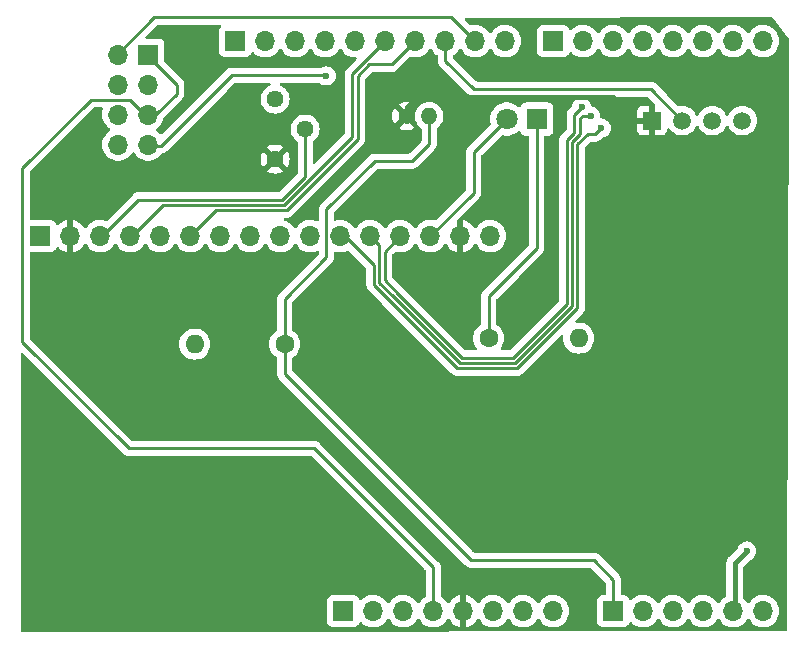
<source format=gtl>
%TF.GenerationSoftware,KiCad,Pcbnew,7.0.1-0*%
%TF.CreationDate,2023-03-23T13:45:05+11:00*%
%TF.ProjectId,ArduinoEnvironmentMonitorShield,41726475-696e-46f4-956e-7669726f6e6d,rev?*%
%TF.SameCoordinates,Original*%
%TF.FileFunction,Copper,L1,Top*%
%TF.FilePolarity,Positive*%
%FSLAX46Y46*%
G04 Gerber Fmt 4.6, Leading zero omitted, Abs format (unit mm)*
G04 Created by KiCad (PCBNEW 7.0.1-0) date 2023-03-23 13:45:05*
%MOMM*%
%LPD*%
G01*
G04 APERTURE LIST*
%TA.AperFunction,ComponentPad*%
%ADD10R,1.700000X1.700000*%
%TD*%
%TA.AperFunction,ComponentPad*%
%ADD11O,1.700000X1.700000*%
%TD*%
%TA.AperFunction,ComponentPad*%
%ADD12R,1.500000X1.500000*%
%TD*%
%TA.AperFunction,ComponentPad*%
%ADD13C,1.500000*%
%TD*%
%TA.AperFunction,ComponentPad*%
%ADD14C,1.600000*%
%TD*%
%TA.AperFunction,ComponentPad*%
%ADD15O,1.600000X1.600000*%
%TD*%
%TA.AperFunction,ComponentPad*%
%ADD16C,1.400000*%
%TD*%
%TA.AperFunction,ComponentPad*%
%ADD17O,1.400000X1.400000*%
%TD*%
%TA.AperFunction,ComponentPad*%
%ADD18R,1.800000X1.800000*%
%TD*%
%TA.AperFunction,ComponentPad*%
%ADD19C,1.800000*%
%TD*%
%TA.AperFunction,ComponentPad*%
%ADD20C,1.440000*%
%TD*%
%TA.AperFunction,ViaPad*%
%ADD21C,0.600000*%
%TD*%
%TA.AperFunction,Conductor*%
%ADD22C,0.400000*%
%TD*%
%TA.AperFunction,Conductor*%
%ADD23C,0.250000*%
%TD*%
G04 APERTURE END LIST*
D10*
%TO.P,J5,1,Pin_1*%
%TO.N,/+3.3V*%
X111430000Y-50343000D03*
D11*
%TO.P,J5,2,Pin_2*%
%TO.N,/\u002A9*%
X108890000Y-50343000D03*
%TO.P,J5,3,Pin_3*%
%TO.N,unconnected-(J5-Pin_3-Pad3)*%
X111430000Y-52883000D03*
%TO.P,J5,4,Pin_4*%
%TO.N,unconnected-(J5-Pin_4-Pad4)*%
X108890000Y-52883000D03*
%TO.P,J5,5,Pin_5*%
%TO.N,/+3.3V*%
X111430000Y-55423000D03*
%TO.P,J5,6,Pin_6*%
%TO.N,unconnected-(J5-Pin_6-Pad6)*%
X108890000Y-55423000D03*
%TO.P,J5,7,Pin_7*%
%TO.N,/8*%
X111430000Y-57963000D03*
%TO.P,J5,8,Pin_8*%
%TO.N,GND*%
X108890000Y-57963000D03*
%TD*%
D10*
%TO.P,J1,1,Pin_1*%
%TO.N,unconnected-(J1-Pin_1-Pad1)*%
X127940000Y-97460000D03*
D11*
%TO.P,J1,2,Pin_2*%
%TO.N,/IOREF*%
X130480000Y-97460000D03*
%TO.P,J1,3,Pin_3*%
%TO.N,/~{RESET}*%
X133020000Y-97460000D03*
%TO.P,J1,4,Pin_4*%
%TO.N,+3V3*%
X135560000Y-97460000D03*
%TO.P,J1,5,Pin_5*%
%TO.N,+5V*%
X138100000Y-97460000D03*
%TO.P,J1,6,Pin_6*%
%TO.N,GND*%
X140640000Y-97460000D03*
%TO.P,J1,7,Pin_7*%
X143180000Y-97460000D03*
%TO.P,J1,8,Pin_8*%
%TO.N,VCC*%
X145720000Y-97460000D03*
%TD*%
D10*
%TO.P,J3,1,Pin_1*%
%TO.N,/A0*%
X150800000Y-97460000D03*
D11*
%TO.P,J3,2,Pin_2*%
%TO.N,/A1*%
X153340000Y-97460000D03*
%TO.P,J3,3,Pin_3*%
%TO.N,/A2*%
X155880000Y-97460000D03*
%TO.P,J3,4,Pin_4*%
%TO.N,/A3*%
X158420000Y-97460000D03*
%TO.P,J3,5,Pin_5*%
%TO.N,/SDA{slash}A4*%
X160960000Y-97460000D03*
%TO.P,J3,6,Pin_6*%
%TO.N,/SCL{slash}A5*%
X163500000Y-97460000D03*
%TD*%
D10*
%TO.P,J2,1,Pin_1*%
%TO.N,/SCL{slash}A5*%
X118796000Y-49200000D03*
D11*
%TO.P,J2,2,Pin_2*%
%TO.N,/SDA{slash}A4*%
X121336000Y-49200000D03*
%TO.P,J2,3,Pin_3*%
%TO.N,/AREF*%
X123876000Y-49200000D03*
%TO.P,J2,4,Pin_4*%
%TO.N,GND*%
X126416000Y-49200000D03*
%TO.P,J2,5,Pin_5*%
%TO.N,/13*%
X128956000Y-49200000D03*
%TO.P,J2,6,Pin_6*%
%TO.N,/12*%
X131496000Y-49200000D03*
%TO.P,J2,7,Pin_7*%
%TO.N,/\u002A11*%
X134036000Y-49200000D03*
%TO.P,J2,8,Pin_8*%
%TO.N,/\u002A10*%
X136576000Y-49200000D03*
%TO.P,J2,9,Pin_9*%
%TO.N,/\u002A9*%
X139116000Y-49200000D03*
%TO.P,J2,10,Pin_10*%
%TO.N,/8*%
X141656000Y-49200000D03*
%TD*%
D10*
%TO.P,J4,1,Pin_1*%
%TO.N,/7*%
X145720000Y-49200000D03*
D11*
%TO.P,J4,2,Pin_2*%
%TO.N,/\u002A6*%
X148260000Y-49200000D03*
%TO.P,J4,3,Pin_3*%
%TO.N,/\u002A5*%
X150800000Y-49200000D03*
%TO.P,J4,4,Pin_4*%
%TO.N,/4*%
X153340000Y-49200000D03*
%TO.P,J4,5,Pin_5*%
%TO.N,/\u002A3*%
X155880000Y-49200000D03*
%TO.P,J4,6,Pin_6*%
%TO.N,/2*%
X158420000Y-49200000D03*
%TO.P,J4,7,Pin_7*%
%TO.N,/TX{slash}1*%
X160960000Y-49200000D03*
%TO.P,J4,8,Pin_8*%
%TO.N,/RX{slash}0*%
X163500000Y-49200000D03*
%TD*%
D10*
%TO.P,J6,1,Pin_1*%
%TO.N,GND*%
X102286000Y-65710000D03*
D11*
%TO.P,J6,2,Pin_2*%
%TO.N,+5V*%
X104826000Y-65710000D03*
%TO.P,J6,3,Pin_3*%
%TO.N,/LCD_V0*%
X107366000Y-65710000D03*
%TO.P,J6,4,Pin_4*%
%TO.N,/12*%
X109906000Y-65710000D03*
%TO.P,J6,5,Pin_5*%
%TO.N,GND*%
X112446000Y-65710000D03*
%TO.P,J6,6,Pin_6*%
%TO.N,/\u002A11*%
X114986000Y-65710000D03*
%TO.P,J6,7,Pin_7*%
%TO.N,unconnected-(J6-Pin_7-Pad7)*%
X117526000Y-65710000D03*
%TO.P,J6,8,Pin_8*%
%TO.N,unconnected-(J6-Pin_8-Pad8)*%
X120066000Y-65710000D03*
%TO.P,J6,9,Pin_9*%
%TO.N,unconnected-(J6-Pin_9-Pad9)*%
X122606000Y-65710000D03*
%TO.P,J6,10,Pin_10*%
%TO.N,unconnected-(J6-Pin_10-Pad10)*%
X125146000Y-65710000D03*
%TO.P,J6,11,Pin_11*%
%TO.N,/2*%
X127686000Y-65710000D03*
%TO.P,J6,12,Pin_12*%
%TO.N,/\u002A3*%
X130226000Y-65710000D03*
%TO.P,J6,13,Pin_13*%
%TO.N,/4*%
X132766000Y-65710000D03*
%TO.P,J6,14,Pin_14*%
%TO.N,/\u002A5*%
X135306000Y-65710000D03*
%TO.P,J6,15,Pin_15*%
%TO.N,+5V*%
X137846000Y-65710000D03*
%TO.P,J6,16,Pin_16*%
%TO.N,GND*%
X140386000Y-65710000D03*
%TD*%
D12*
%TO.P,U1,1,VCC*%
%TO.N,+5V*%
X154102000Y-55931000D03*
D13*
%TO.P,U1,2,IO*%
%TO.N,/\u002A10*%
X156642000Y-55931000D03*
%TO.P,U1,3,NC*%
%TO.N,unconnected-(U1-NC-Pad3)*%
X159182000Y-55931000D03*
%TO.P,U1,4,GND*%
%TO.N,GND*%
X161722000Y-55931000D03*
%TD*%
D14*
%TO.P,R3,1*%
%TO.N,Net-(D1-K)*%
X140259000Y-74346000D03*
D15*
%TO.P,R3,2*%
%TO.N,GND*%
X147879000Y-74346000D03*
%TD*%
D14*
%TO.P,R2,1*%
%TO.N,/A0*%
X122987000Y-74854000D03*
D15*
%TO.P,R2,2*%
%TO.N,GND*%
X115367000Y-74854000D03*
%TD*%
D16*
%TO.P,R1,1*%
%TO.N,+5V*%
X133303000Y-55550000D03*
D17*
%TO.P,R1,2*%
%TO.N,/A0*%
X135203000Y-55550000D03*
%TD*%
D18*
%TO.P,D1,1,K*%
%TO.N,Net-(D1-K)*%
X144323000Y-55804000D03*
D19*
%TO.P,D1,2,A*%
%TO.N,/\u002A5*%
X141783000Y-55804000D03*
%TD*%
D20*
%TO.P,RV1,1,1*%
%TO.N,+5V*%
X122173000Y-59192600D03*
%TO.P,RV1,2,2*%
%TO.N,/LCD_V0*%
X124713000Y-56652600D03*
%TO.P,RV1,3,3*%
%TO.N,GND*%
X122173000Y-54112600D03*
%TD*%
D21*
%TO.N,+5V*%
X133655000Y-90094000D03*
%TO.N,/SDA{slash}A4*%
X162103000Y-92380000D03*
%TO.N,/8*%
X126517600Y-52146400D03*
%TO.N,/4*%
X148133000Y-54788000D03*
%TO.N,/2*%
X149784000Y-56566000D03*
%TO.N,/\u002A3*%
X148895000Y-55550000D03*
%TD*%
D22*
%TO.N,+5V*%
X138100000Y-97460000D02*
X138100000Y-94539000D01*
X134163000Y-53899000D02*
X150800000Y-53899000D01*
X133303000Y-55550000D02*
X133303000Y-54759000D01*
X152832000Y-55931000D02*
X154102000Y-55931000D01*
X133303000Y-54759000D02*
X134163000Y-53899000D01*
X138100000Y-94539000D02*
X133655000Y-90094000D01*
X150800000Y-53899000D02*
X152832000Y-55931000D01*
D23*
%TO.N,/A0*%
X138735000Y-93142000D02*
X149149000Y-93142000D01*
X126511000Y-67520000D02*
X126511000Y-63456000D01*
X150800000Y-94793000D02*
X150800000Y-97460000D01*
X122987000Y-71044000D02*
X126511000Y-67520000D01*
X130607000Y-59360000D02*
X133782000Y-59360000D01*
X122987000Y-74854000D02*
X122987000Y-77394000D01*
X122987000Y-77394000D02*
X138735000Y-93142000D01*
X126511000Y-63456000D02*
X130607000Y-59360000D01*
X133782000Y-59360000D02*
X135203000Y-57939000D01*
X122987000Y-74854000D02*
X122987000Y-71044000D01*
X135203000Y-57939000D02*
X135203000Y-55550000D01*
X149149000Y-93142000D02*
X150800000Y-94793000D01*
D22*
%TO.N,/SDA{slash}A4*%
X161087000Y-93396000D02*
X161087000Y-97333000D01*
X162103000Y-92380000D02*
X161087000Y-93396000D01*
X161087000Y-97333000D02*
X160960000Y-97460000D01*
D23*
%TO.N,/12*%
X109910000Y-65846500D02*
X112688100Y-63068400D01*
X122961600Y-63068400D02*
X128709200Y-57320800D01*
X128709200Y-57320800D02*
X128709200Y-51986800D01*
X128709200Y-51986800D02*
X131496000Y-49200000D01*
X112688100Y-63068400D02*
X122961600Y-63068400D01*
%TO.N,/8*%
X112537900Y-58048900D02*
X117526000Y-53060800D01*
X111205600Y-58048900D02*
X112537900Y-58048900D01*
X118491200Y-52095600D02*
X123164800Y-52095600D01*
X117526000Y-53060800D02*
X118491200Y-52095600D01*
X123164800Y-52095600D02*
X126466800Y-52095600D01*
X126466800Y-52095600D02*
X126517600Y-52146400D01*
%TO.N,/\u002A11*%
X134036000Y-49200000D02*
X132054800Y-51181200D01*
X129159200Y-57507196D02*
X123147996Y-63518400D01*
X123147996Y-63518400D02*
X117177600Y-63518400D01*
X117177600Y-63518400D02*
X114986000Y-65710000D01*
X129159200Y-52173196D02*
X129159200Y-57507196D01*
X130151196Y-51181200D02*
X129159200Y-52173196D01*
X132054800Y-51181200D02*
X130151196Y-51181200D01*
%TO.N,/\u002A10*%
X156642000Y-55931000D02*
X153975000Y-53264000D01*
X136576000Y-50851000D02*
X136576000Y-49200000D01*
X153975000Y-53264000D02*
X138989000Y-53264000D01*
X138989000Y-53264000D02*
X136576000Y-50851000D01*
%TO.N,/\u002A9*%
X108665600Y-50428900D02*
X111926500Y-47168000D01*
X111926500Y-47168000D02*
X137084000Y-47168000D01*
X137084000Y-47168000D02*
X139116000Y-49200000D01*
%TO.N,/4*%
X132581000Y-70603604D02*
X137974396Y-75997000D01*
X147498000Y-55423000D02*
X148133000Y-54788000D01*
X132581000Y-70602208D02*
X132581000Y-70603604D01*
X146863000Y-57579208D02*
X147498000Y-56944208D01*
X146863000Y-71425000D02*
X146863000Y-57579208D01*
X137974396Y-75997000D02*
X142291000Y-75997000D01*
X142291000Y-75997000D02*
X146863000Y-71425000D01*
X131438000Y-69459208D02*
X132581000Y-70602208D01*
X132766000Y-65710000D02*
X131438000Y-67038000D01*
X131438000Y-67038000D02*
X131438000Y-69459208D01*
X147498000Y-56944208D02*
X147498000Y-55423000D01*
%TO.N,/2*%
X147763000Y-57952000D02*
X148641000Y-57074000D01*
X128067000Y-65710000D02*
X130538000Y-68181000D01*
X142663792Y-76897000D02*
X147763000Y-71797792D01*
X148641000Y-57074000D02*
X149276000Y-57074000D01*
X127686000Y-65710000D02*
X128067000Y-65710000D01*
X131681000Y-70976396D02*
X137601604Y-76897000D01*
X137601604Y-76897000D02*
X142663792Y-76897000D01*
X130538000Y-68181000D02*
X130538000Y-69832000D01*
X147763000Y-71797792D02*
X147763000Y-57952000D01*
X149276000Y-57074000D02*
X149784000Y-56566000D01*
X130538000Y-69832000D02*
X131681000Y-70975000D01*
X131681000Y-70975000D02*
X131681000Y-70976396D01*
%TO.N,/\u002A5*%
X138989000Y-58598000D02*
X141783000Y-55804000D01*
X135306000Y-65710000D02*
X138989000Y-62027000D01*
X138989000Y-62027000D02*
X138989000Y-58598000D01*
%TO.N,/\u002A3*%
X130988000Y-66472000D02*
X130988000Y-69645604D01*
X130988000Y-69645604D02*
X132131000Y-70788604D01*
X132131000Y-70788604D02*
X132131000Y-70790000D01*
X147313000Y-57765604D02*
X148006000Y-57072604D01*
X130226000Y-65710000D02*
X130988000Y-66472000D01*
X132131000Y-70790000D02*
X137788000Y-76447000D01*
X142477396Y-76447000D02*
X147313000Y-71611396D01*
X147313000Y-71611396D02*
X147313000Y-57765604D01*
X148006000Y-57072604D02*
X148006000Y-55746000D01*
X137788000Y-76447000D02*
X142477396Y-76447000D01*
X148006000Y-55746000D02*
X148202000Y-55550000D01*
X148202000Y-55550000D02*
X148895000Y-55550000D01*
%TO.N,/LCD_V0*%
X107370000Y-65846500D02*
X110598100Y-62618400D01*
X124713000Y-60680604D02*
X124713000Y-56652600D01*
X122775204Y-62618400D02*
X124713000Y-60680604D01*
X110598100Y-62618400D02*
X122775204Y-62618400D01*
%TO.N,/+3.3V*%
X100762000Y-74654000D02*
X109801200Y-83693200D01*
X109801200Y-83693200D02*
X125501600Y-83693200D01*
X111303000Y-50343000D02*
X113843000Y-52883000D01*
X125501600Y-83693200D02*
X135560000Y-93751600D01*
X112165496Y-55322504D02*
X111655600Y-55322504D01*
X111205600Y-55508900D02*
X109875100Y-54178400D01*
X113843000Y-53645000D02*
X112165496Y-55322504D01*
X106553200Y-54178400D02*
X100762000Y-59969600D01*
X111655600Y-55322504D02*
X111529548Y-55196452D01*
X113843000Y-52883000D02*
X113843000Y-53645000D01*
X100762000Y-59969600D02*
X100762000Y-74654000D01*
X135560000Y-93751600D02*
X135560000Y-97460000D01*
X109875100Y-54178400D02*
X106553200Y-54178400D01*
%TO.N,Net-(D1-K)*%
X140259000Y-74346000D02*
X140259000Y-70790000D01*
X144323000Y-66726000D02*
X144323000Y-55804000D01*
X140259000Y-70790000D02*
X144323000Y-66726000D01*
%TD*%
%TA.AperFunction,Conductor*%
%TO.N,+5V*%
G36*
X164255821Y-47180743D02*
G01*
X164299931Y-47216276D01*
X165631965Y-48911592D01*
X165652020Y-48948404D01*
X165658889Y-48989757D01*
X165532317Y-98985564D01*
X165515371Y-99048358D01*
X165469367Y-99094335D01*
X165406564Y-99111245D01*
X107917554Y-99223748D01*
X100761246Y-99237752D01*
X100698142Y-99220954D01*
X100651922Y-99174824D01*
X100635000Y-99111753D01*
X100635000Y-75727094D01*
X100648733Y-75669891D01*
X100686939Y-75625158D01*
X100741289Y-75602645D01*
X100799936Y-75607261D01*
X100850095Y-75637999D01*
X109293951Y-84081855D01*
X109307034Y-84098185D01*
X109358865Y-84146856D01*
X109361677Y-84149581D01*
X109381430Y-84169334D01*
X109383383Y-84170849D01*
X109384624Y-84171812D01*
X109393644Y-84179516D01*
X109425879Y-84209786D01*
X109443635Y-84219547D01*
X109460151Y-84230396D01*
X109476159Y-84242813D01*
X109516725Y-84260367D01*
X109527388Y-84265591D01*
X109566135Y-84286893D01*
X109566137Y-84286893D01*
X109566140Y-84286895D01*
X109585774Y-84291936D01*
X109604459Y-84298334D01*
X109623055Y-84306381D01*
X109666730Y-84313298D01*
X109678325Y-84315698D01*
X109721170Y-84326700D01*
X109741424Y-84326700D01*
X109761134Y-84328251D01*
X109781142Y-84331420D01*
X109781142Y-84331419D01*
X109781143Y-84331420D01*
X109825161Y-84327258D01*
X109837019Y-84326700D01*
X125187006Y-84326700D01*
X125235224Y-84336291D01*
X125276101Y-84363605D01*
X134889595Y-93977099D01*
X134916909Y-94017976D01*
X134926500Y-94066194D01*
X134926500Y-96183079D01*
X134908741Y-96247576D01*
X134860471Y-96293891D01*
X134827178Y-96311908D01*
X134814418Y-96318814D01*
X134636762Y-96457091D01*
X134484278Y-96622731D01*
X134395483Y-96758643D01*
X134349969Y-96800541D01*
X134290000Y-96815727D01*
X134230031Y-96800541D01*
X134184517Y-96758643D01*
X134095721Y-96622731D01*
X134014126Y-96534096D01*
X133943240Y-96457094D01*
X133943239Y-96457093D01*
X133943237Y-96457091D01*
X133765578Y-96318812D01*
X133567573Y-96211657D01*
X133402354Y-96154938D01*
X133354635Y-96138556D01*
X133132569Y-96101500D01*
X132907431Y-96101500D01*
X132685365Y-96138556D01*
X132685362Y-96138556D01*
X132685362Y-96138557D01*
X132472426Y-96211657D01*
X132274421Y-96318812D01*
X132096762Y-96457091D01*
X131944278Y-96622731D01*
X131855483Y-96758643D01*
X131809969Y-96800541D01*
X131750000Y-96815727D01*
X131690031Y-96800541D01*
X131644517Y-96758643D01*
X131555721Y-96622731D01*
X131474126Y-96534096D01*
X131403240Y-96457094D01*
X131403239Y-96457093D01*
X131403237Y-96457091D01*
X131225578Y-96318812D01*
X131027573Y-96211657D01*
X130862354Y-96154938D01*
X130814635Y-96138556D01*
X130592569Y-96101500D01*
X130367431Y-96101500D01*
X130145365Y-96138556D01*
X130145362Y-96138556D01*
X130145362Y-96138557D01*
X129932426Y-96211657D01*
X129734421Y-96318812D01*
X129556758Y-96457094D01*
X129495754Y-96523362D01*
X129442282Y-96557762D01*
X129378820Y-96561672D01*
X129321530Y-96534096D01*
X129284998Y-96482056D01*
X129275688Y-96457094D01*
X129240889Y-96363796D01*
X129240888Y-96363794D01*
X129153261Y-96246738D01*
X129036205Y-96159111D01*
X128967702Y-96133561D01*
X128899201Y-96108011D01*
X128838638Y-96101500D01*
X127041362Y-96101500D01*
X126980799Y-96108011D01*
X126843794Y-96159111D01*
X126726738Y-96246738D01*
X126639111Y-96363794D01*
X126595002Y-96482056D01*
X126588011Y-96500799D01*
X126581500Y-96561362D01*
X126581500Y-98358638D01*
X126588011Y-98419201D01*
X126604173Y-98462533D01*
X126639111Y-98556205D01*
X126726738Y-98673261D01*
X126843794Y-98760888D01*
X126843795Y-98760888D01*
X126843796Y-98760889D01*
X126980799Y-98811989D01*
X127041362Y-98818500D01*
X128838638Y-98818500D01*
X128899201Y-98811989D01*
X129036204Y-98760889D01*
X129153261Y-98673261D01*
X129240889Y-98556204D01*
X129284999Y-98437941D01*
X129321530Y-98385903D01*
X129378821Y-98358327D01*
X129442282Y-98362237D01*
X129495753Y-98396636D01*
X129533780Y-98437943D01*
X129556762Y-98462908D01*
X129734421Y-98601187D01*
X129734424Y-98601189D01*
X129932426Y-98708342D01*
X130145365Y-98781444D01*
X130367431Y-98818500D01*
X130592566Y-98818500D01*
X130592569Y-98818500D01*
X130814635Y-98781444D01*
X131027574Y-98708342D01*
X131225576Y-98601189D01*
X131403240Y-98462906D01*
X131555722Y-98297268D01*
X131644518Y-98161354D01*
X131690031Y-98119458D01*
X131750000Y-98104272D01*
X131809969Y-98119458D01*
X131855481Y-98161354D01*
X131944278Y-98297268D01*
X132056525Y-98419200D01*
X132096762Y-98462908D01*
X132274421Y-98601187D01*
X132274424Y-98601189D01*
X132472426Y-98708342D01*
X132685365Y-98781444D01*
X132907431Y-98818500D01*
X133132566Y-98818500D01*
X133132569Y-98818500D01*
X133354635Y-98781444D01*
X133567574Y-98708342D01*
X133765576Y-98601189D01*
X133943240Y-98462906D01*
X134095722Y-98297268D01*
X134184518Y-98161354D01*
X134230031Y-98119458D01*
X134290000Y-98104272D01*
X134349969Y-98119458D01*
X134395481Y-98161354D01*
X134484278Y-98297268D01*
X134596525Y-98419200D01*
X134636762Y-98462908D01*
X134814421Y-98601187D01*
X134814424Y-98601189D01*
X135012426Y-98708342D01*
X135225365Y-98781444D01*
X135447431Y-98818500D01*
X135672566Y-98818500D01*
X135672569Y-98818500D01*
X135894635Y-98781444D01*
X136107574Y-98708342D01*
X136305576Y-98601189D01*
X136483240Y-98462906D01*
X136635722Y-98297268D01*
X136724818Y-98160896D01*
X136770329Y-98118999D01*
X136830299Y-98103813D01*
X136890268Y-98118999D01*
X136935782Y-98160897D01*
X137024678Y-98296962D01*
X137177096Y-98462533D01*
X137354697Y-98600766D01*
X137552631Y-98707883D01*
X137765485Y-98780955D01*
X137846000Y-98794391D01*
X138354000Y-98794391D01*
X138434514Y-98780955D01*
X138647368Y-98707883D01*
X138845302Y-98600766D01*
X139022903Y-98462533D01*
X139175323Y-98296960D01*
X139264217Y-98160899D01*
X139309730Y-98119000D01*
X139369700Y-98103814D01*
X139429669Y-98119000D01*
X139475183Y-98160898D01*
X139564278Y-98297268D01*
X139676525Y-98419200D01*
X139716762Y-98462908D01*
X139894421Y-98601187D01*
X139894424Y-98601189D01*
X140092426Y-98708342D01*
X140305365Y-98781444D01*
X140527431Y-98818500D01*
X140752566Y-98818500D01*
X140752569Y-98818500D01*
X140974635Y-98781444D01*
X141187574Y-98708342D01*
X141385576Y-98601189D01*
X141563240Y-98462906D01*
X141715722Y-98297268D01*
X141804518Y-98161354D01*
X141850031Y-98119458D01*
X141910000Y-98104272D01*
X141969969Y-98119458D01*
X142015481Y-98161354D01*
X142104278Y-98297268D01*
X142216525Y-98419200D01*
X142256762Y-98462908D01*
X142434421Y-98601187D01*
X142434424Y-98601189D01*
X142632426Y-98708342D01*
X142845365Y-98781444D01*
X143067431Y-98818500D01*
X143292566Y-98818500D01*
X143292569Y-98818500D01*
X143514635Y-98781444D01*
X143727574Y-98708342D01*
X143925576Y-98601189D01*
X144103240Y-98462906D01*
X144255722Y-98297268D01*
X144344518Y-98161354D01*
X144390031Y-98119458D01*
X144450000Y-98104272D01*
X144509969Y-98119458D01*
X144555481Y-98161354D01*
X144644278Y-98297268D01*
X144756525Y-98419200D01*
X144796762Y-98462908D01*
X144974421Y-98601187D01*
X144974424Y-98601189D01*
X145172426Y-98708342D01*
X145385365Y-98781444D01*
X145607431Y-98818500D01*
X145832566Y-98818500D01*
X145832569Y-98818500D01*
X146054635Y-98781444D01*
X146267574Y-98708342D01*
X146465576Y-98601189D01*
X146643240Y-98462906D01*
X146795722Y-98297268D01*
X146918860Y-98108791D01*
X147009296Y-97902616D01*
X147064564Y-97684368D01*
X147083156Y-97460000D01*
X147064564Y-97235632D01*
X147009296Y-97017384D01*
X146918860Y-96811209D01*
X146795722Y-96622732D01*
X146643240Y-96457094D01*
X146643239Y-96457093D01*
X146643237Y-96457091D01*
X146465578Y-96318812D01*
X146267573Y-96211657D01*
X146102354Y-96154938D01*
X146054635Y-96138556D01*
X145832569Y-96101500D01*
X145607431Y-96101500D01*
X145385365Y-96138556D01*
X145385362Y-96138556D01*
X145385362Y-96138557D01*
X145172426Y-96211657D01*
X144974421Y-96318812D01*
X144796762Y-96457091D01*
X144644278Y-96622731D01*
X144555483Y-96758643D01*
X144509969Y-96800541D01*
X144450000Y-96815727D01*
X144390031Y-96800541D01*
X144344517Y-96758643D01*
X144255721Y-96622731D01*
X144174126Y-96534096D01*
X144103240Y-96457094D01*
X144103239Y-96457093D01*
X144103237Y-96457091D01*
X143925578Y-96318812D01*
X143727573Y-96211657D01*
X143562354Y-96154938D01*
X143514635Y-96138556D01*
X143292569Y-96101500D01*
X143067431Y-96101500D01*
X142845365Y-96138556D01*
X142845362Y-96138556D01*
X142845362Y-96138557D01*
X142632426Y-96211657D01*
X142434421Y-96318812D01*
X142256762Y-96457091D01*
X142104278Y-96622731D01*
X142015483Y-96758643D01*
X141969969Y-96800541D01*
X141910000Y-96815727D01*
X141850031Y-96800541D01*
X141804517Y-96758643D01*
X141715721Y-96622731D01*
X141634126Y-96534096D01*
X141563240Y-96457094D01*
X141563239Y-96457093D01*
X141563237Y-96457091D01*
X141385578Y-96318812D01*
X141187573Y-96211657D01*
X141022354Y-96154938D01*
X140974635Y-96138556D01*
X140752569Y-96101500D01*
X140527431Y-96101500D01*
X140305365Y-96138556D01*
X140305362Y-96138556D01*
X140305362Y-96138557D01*
X140092426Y-96211657D01*
X139894421Y-96318812D01*
X139716762Y-96457091D01*
X139564275Y-96622735D01*
X139475182Y-96759101D01*
X139429669Y-96800999D01*
X139369700Y-96816185D01*
X139309731Y-96800999D01*
X139264217Y-96759101D01*
X139175321Y-96623037D01*
X139022903Y-96457466D01*
X138845302Y-96319233D01*
X138647368Y-96212116D01*
X138434514Y-96139044D01*
X138354000Y-96125609D01*
X138354000Y-98794391D01*
X137846000Y-98794391D01*
X137846000Y-96125609D01*
X137765485Y-96139044D01*
X137552631Y-96212116D01*
X137354697Y-96319233D01*
X137177096Y-96457466D01*
X137024678Y-96623037D01*
X136935782Y-96759102D01*
X136890268Y-96801000D01*
X136830299Y-96816186D01*
X136770329Y-96801000D01*
X136724816Y-96759101D01*
X136635723Y-96622734D01*
X136635722Y-96622732D01*
X136483240Y-96457094D01*
X136483239Y-96457093D01*
X136483237Y-96457091D01*
X136305581Y-96318814D01*
X136305577Y-96318811D01*
X136305576Y-96318811D01*
X136259528Y-96293891D01*
X136211259Y-96247576D01*
X136193500Y-96183079D01*
X136193500Y-93835454D01*
X136195795Y-93814664D01*
X136194564Y-93775500D01*
X136193561Y-93743601D01*
X136193500Y-93739644D01*
X136193500Y-93711749D01*
X136193500Y-93711744D01*
X136192993Y-93707738D01*
X136192062Y-93695905D01*
X136191985Y-93693443D01*
X136190674Y-93651711D01*
X136185020Y-93632252D01*
X136181013Y-93612906D01*
X136178474Y-93592803D01*
X136162194Y-93551686D01*
X136158353Y-93540466D01*
X136146017Y-93498005D01*
X136135706Y-93480570D01*
X136127008Y-93462815D01*
X136119552Y-93443983D01*
X136093565Y-93408216D01*
X136087047Y-93398293D01*
X136064542Y-93360238D01*
X136050212Y-93345908D01*
X136037378Y-93330881D01*
X136025472Y-93314493D01*
X136025471Y-93314492D01*
X135991394Y-93286300D01*
X135982616Y-93278312D01*
X126008844Y-83304539D01*
X125995771Y-83288221D01*
X125943949Y-83239557D01*
X125941137Y-83236832D01*
X125921370Y-83217065D01*
X125918175Y-83214586D01*
X125909153Y-83206881D01*
X125876920Y-83176613D01*
X125859167Y-83166853D01*
X125842641Y-83155997D01*
X125826641Y-83143586D01*
X125786066Y-83126028D01*
X125775404Y-83120804D01*
X125736663Y-83099505D01*
X125722913Y-83095975D01*
X125717037Y-83094466D01*
X125698331Y-83088062D01*
X125679745Y-83080019D01*
X125636075Y-83073102D01*
X125624453Y-83070695D01*
X125581630Y-83059700D01*
X125581629Y-83059700D01*
X125561376Y-83059700D01*
X125541666Y-83058149D01*
X125521657Y-83054979D01*
X125477639Y-83059141D01*
X125465781Y-83059700D01*
X110115795Y-83059700D01*
X110067577Y-83050109D01*
X110026700Y-83022795D01*
X101857905Y-74854000D01*
X114053502Y-74854000D01*
X114073457Y-75082087D01*
X114132715Y-75303243D01*
X114229477Y-75510750D01*
X114360804Y-75698303D01*
X114522696Y-75860195D01*
X114710249Y-75991522D01*
X114917756Y-76088284D01*
X114977014Y-76104162D01*
X115138913Y-76147543D01*
X115367000Y-76167498D01*
X115595087Y-76147543D01*
X115816243Y-76088284D01*
X116023749Y-75991523D01*
X116211300Y-75860198D01*
X116373198Y-75698300D01*
X116504523Y-75510749D01*
X116601284Y-75303243D01*
X116660543Y-75082087D01*
X116680498Y-74854000D01*
X116660543Y-74625913D01*
X116601284Y-74404757D01*
X116595146Y-74391595D01*
X116504522Y-74197249D01*
X116373195Y-74009696D01*
X116211303Y-73847804D01*
X116023750Y-73716477D01*
X115816243Y-73619715D01*
X115595087Y-73560457D01*
X115367000Y-73540502D01*
X115138912Y-73560457D01*
X114917756Y-73619715D01*
X114710249Y-73716477D01*
X114522696Y-73847804D01*
X114360804Y-74009696D01*
X114229477Y-74197249D01*
X114132715Y-74404756D01*
X114073457Y-74625912D01*
X114053502Y-74854000D01*
X101857905Y-74854000D01*
X101432405Y-74428500D01*
X101405091Y-74387623D01*
X101395500Y-74339405D01*
X101395500Y-67194500D01*
X101412381Y-67131500D01*
X101458500Y-67085381D01*
X101521500Y-67068500D01*
X103184638Y-67068500D01*
X103245201Y-67061989D01*
X103382204Y-67010889D01*
X103499261Y-66923261D01*
X103586889Y-66806204D01*
X103631195Y-66687414D01*
X103667726Y-66635377D01*
X103725017Y-66607801D01*
X103788479Y-66611711D01*
X103841951Y-66646112D01*
X103903096Y-66712533D01*
X104080697Y-66850766D01*
X104278631Y-66957883D01*
X104491485Y-67030955D01*
X104572000Y-67044391D01*
X104572000Y-64375609D01*
X104491485Y-64389044D01*
X104278631Y-64462116D01*
X104080697Y-64569233D01*
X103903099Y-64707463D01*
X103841951Y-64773888D01*
X103788478Y-64808288D01*
X103725017Y-64812198D01*
X103667726Y-64784622D01*
X103631194Y-64732582D01*
X103621687Y-64707094D01*
X103586889Y-64613796D01*
X103586888Y-64613794D01*
X103499261Y-64496738D01*
X103382205Y-64409111D01*
X103313702Y-64383561D01*
X103245201Y-64358011D01*
X103184638Y-64351500D01*
X101521500Y-64351500D01*
X101458500Y-64334619D01*
X101412381Y-64288500D01*
X101395500Y-64225500D01*
X101395500Y-60284194D01*
X101405091Y-60235976D01*
X101414257Y-60222259D01*
X121502551Y-60222259D01*
X121556654Y-60260141D01*
X121751395Y-60350951D01*
X121958944Y-60406563D01*
X122173000Y-60425290D01*
X122387055Y-60406563D01*
X122594605Y-60350951D01*
X122789346Y-60260141D01*
X122843447Y-60222259D01*
X122843447Y-60222258D01*
X122173000Y-59551810D01*
X121502551Y-60222259D01*
X101414257Y-60222259D01*
X101432405Y-60195099D01*
X106778699Y-54848805D01*
X106819576Y-54821491D01*
X106867794Y-54811900D01*
X107481751Y-54811900D01*
X107541718Y-54827085D01*
X107587231Y-54868980D01*
X107607320Y-54927488D01*
X107600309Y-54969514D01*
X107603267Y-54970263D01*
X107548144Y-55187940D01*
X107545436Y-55198632D01*
X107526844Y-55423000D01*
X107545436Y-55647368D01*
X107545436Y-55647371D01*
X107545437Y-55647372D01*
X107600702Y-55865611D01*
X107691139Y-56071790D01*
X107795039Y-56230821D01*
X107814278Y-56260268D01*
X107909417Y-56363616D01*
X107966762Y-56425908D01*
X108144418Y-56564185D01*
X108144420Y-56564186D01*
X108144424Y-56564189D01*
X108177682Y-56582187D01*
X108225952Y-56628503D01*
X108243711Y-56693000D01*
X108225952Y-56757497D01*
X108177682Y-56803812D01*
X108170067Y-56807934D01*
X108144418Y-56821814D01*
X107966762Y-56960091D01*
X107814278Y-57125731D01*
X107691139Y-57314209D01*
X107600702Y-57520388D01*
X107551800Y-57713500D01*
X107545436Y-57738632D01*
X107526844Y-57963000D01*
X107545436Y-58187368D01*
X107545436Y-58187371D01*
X107545437Y-58187372D01*
X107600702Y-58405611D01*
X107691139Y-58611790D01*
X107803844Y-58784297D01*
X107814278Y-58800268D01*
X107865084Y-58855458D01*
X107966762Y-58965908D01*
X108144421Y-59104187D01*
X108144424Y-59104189D01*
X108342426Y-59211342D01*
X108555365Y-59284444D01*
X108777431Y-59321500D01*
X109002566Y-59321500D01*
X109002569Y-59321500D01*
X109224635Y-59284444D01*
X109437574Y-59211342D01*
X109635576Y-59104189D01*
X109813240Y-58965906D01*
X109965722Y-58800268D01*
X110054518Y-58664354D01*
X110100031Y-58622458D01*
X110160000Y-58607272D01*
X110219969Y-58622458D01*
X110265481Y-58664354D01*
X110354278Y-58800268D01*
X110405084Y-58855458D01*
X110506762Y-58965908D01*
X110684421Y-59104187D01*
X110684424Y-59104189D01*
X110882426Y-59211342D01*
X111095365Y-59284444D01*
X111317431Y-59321500D01*
X111542566Y-59321500D01*
X111542569Y-59321500D01*
X111764635Y-59284444D01*
X111977574Y-59211342D01*
X112012208Y-59192599D01*
X120940309Y-59192599D01*
X120959036Y-59406655D01*
X121014648Y-59614204D01*
X121105458Y-59808945D01*
X121143340Y-59863048D01*
X121813789Y-59192600D01*
X122532210Y-59192600D01*
X123202657Y-59863047D01*
X123202659Y-59863047D01*
X123240541Y-59808946D01*
X123331351Y-59614205D01*
X123386963Y-59406655D01*
X123405690Y-59192599D01*
X123386963Y-58978544D01*
X123331351Y-58770995D01*
X123240541Y-58576253D01*
X123202658Y-58522152D01*
X123202657Y-58522152D01*
X122532210Y-59192599D01*
X122532210Y-59192600D01*
X121813789Y-59192600D01*
X121813789Y-59192599D01*
X121143340Y-58522152D01*
X121105458Y-58576256D01*
X121014648Y-58770995D01*
X120959036Y-58978544D01*
X120940309Y-59192599D01*
X112012208Y-59192599D01*
X112175576Y-59104189D01*
X112353240Y-58965906D01*
X112505722Y-58800268D01*
X112547553Y-58736239D01*
X112591335Y-58695296D01*
X112623201Y-58686424D01*
X112622501Y-58684015D01*
X112637788Y-58679573D01*
X112637789Y-58679573D01*
X112657238Y-58673921D01*
X112676598Y-58669912D01*
X112696697Y-58667374D01*
X112737815Y-58651093D01*
X112749017Y-58647257D01*
X112791493Y-58634918D01*
X112808939Y-58624599D01*
X112826680Y-58615909D01*
X112845517Y-58608452D01*
X112881292Y-58582458D01*
X112891203Y-58575948D01*
X112929262Y-58553442D01*
X112943591Y-58539112D01*
X112958619Y-58526277D01*
X112975007Y-58514372D01*
X113003203Y-58480286D01*
X113011172Y-58471530D01*
X113319762Y-58162940D01*
X121502552Y-58162940D01*
X122173000Y-58833388D01*
X122843447Y-58162940D01*
X122789345Y-58125058D01*
X122594604Y-58034248D01*
X122387055Y-57978636D01*
X122173000Y-57959909D01*
X121958944Y-57978636D01*
X121751395Y-58034248D01*
X121556656Y-58125058D01*
X121502552Y-58162940D01*
X113319762Y-58162940D01*
X118002135Y-53480569D01*
X118061661Y-53421043D01*
X118061663Y-53421040D01*
X118716700Y-52766004D01*
X118757578Y-52738691D01*
X118805796Y-52729100D01*
X121664698Y-52729100D01*
X121729593Y-52747097D01*
X121775949Y-52795947D01*
X121790525Y-52861694D01*
X121769157Y-52925558D01*
X121717949Y-52969293D01*
X121658507Y-52997012D01*
X121556402Y-53044624D01*
X121380316Y-53167921D01*
X121228321Y-53319916D01*
X121105024Y-53496002D01*
X121034483Y-53647279D01*
X121014178Y-53690823D01*
X120958542Y-53898458D01*
X120950115Y-53994783D01*
X120939807Y-54112600D01*
X120958542Y-54326742D01*
X121014177Y-54534376D01*
X121105024Y-54729198D01*
X121228321Y-54905284D01*
X121380315Y-55057278D01*
X121380318Y-55057280D01*
X121380319Y-55057281D01*
X121415553Y-55081952D01*
X121556401Y-55180575D01*
X121556402Y-55180575D01*
X121556403Y-55180576D01*
X121751223Y-55271422D01*
X121958858Y-55327058D01*
X122173000Y-55345793D01*
X122387142Y-55327058D01*
X122594777Y-55271422D01*
X122789597Y-55180576D01*
X122965681Y-55057281D01*
X123117681Y-54905281D01*
X123240976Y-54729197D01*
X123331822Y-54534377D01*
X123387458Y-54326742D01*
X123406193Y-54112600D01*
X123387458Y-53898458D01*
X123331822Y-53690823D01*
X123240976Y-53496004D01*
X123230168Y-53480569D01*
X123187408Y-53419501D01*
X123117681Y-53319919D01*
X122965681Y-53167919D01*
X122933526Y-53145404D01*
X122789598Y-53044624D01*
X122628053Y-52969295D01*
X122576844Y-52925558D01*
X122555476Y-52861694D01*
X122570052Y-52795947D01*
X122616408Y-52747097D01*
X122681303Y-52729100D01*
X123084770Y-52729100D01*
X123204656Y-52729100D01*
X125904717Y-52729100D01*
X125952935Y-52738691D01*
X125993812Y-52766005D01*
X126010317Y-52782510D01*
X126164585Y-52879443D01*
X126296374Y-52925558D01*
X126336553Y-52939617D01*
X126517600Y-52960016D01*
X126698647Y-52939617D01*
X126870615Y-52879443D01*
X127024881Y-52782511D01*
X127153711Y-52653681D01*
X127250643Y-52499415D01*
X127310817Y-52327447D01*
X127331216Y-52146400D01*
X127310817Y-51965353D01*
X127250643Y-51793385D01*
X127201243Y-51714766D01*
X127153710Y-51639117D01*
X127024882Y-51510289D01*
X126870614Y-51413356D01*
X126698649Y-51353183D01*
X126517600Y-51332784D01*
X126336550Y-51353183D01*
X126164585Y-51413356D01*
X126129817Y-51435203D01*
X126117746Y-51442787D01*
X126050712Y-51462100D01*
X123244830Y-51462100D01*
X118575053Y-51462100D01*
X118554263Y-51459804D01*
X118483201Y-51462038D01*
X118479243Y-51462100D01*
X118451342Y-51462100D01*
X118447334Y-51462606D01*
X118435513Y-51463536D01*
X118391308Y-51464925D01*
X118371851Y-51470578D01*
X118352501Y-51474586D01*
X118332402Y-51477125D01*
X118291293Y-51493402D01*
X118280065Y-51497246D01*
X118237608Y-51509581D01*
X118220164Y-51519897D01*
X118202417Y-51528590D01*
X118183584Y-51536046D01*
X118147811Y-51562037D01*
X118137893Y-51568551D01*
X118099839Y-51591057D01*
X118085512Y-51605383D01*
X118070483Y-51618218D01*
X118054094Y-51630125D01*
X118025901Y-51664204D01*
X118017914Y-51672980D01*
X117049865Y-52641030D01*
X117049861Y-52641034D01*
X112627069Y-57063824D01*
X112568905Y-57096873D01*
X112502022Y-57095491D01*
X112445273Y-57060067D01*
X112353237Y-56960091D01*
X112175578Y-56821812D01*
X112142317Y-56803812D01*
X112094046Y-56757495D01*
X112076288Y-56692997D01*
X112094049Y-56628499D01*
X112142317Y-56582187D01*
X112175576Y-56564189D01*
X112353240Y-56425906D01*
X112505722Y-56260268D01*
X112628860Y-56071791D01*
X112719296Y-55865616D01*
X112774564Y-55647368D01*
X112777128Y-55637245D01*
X112778009Y-55637468D01*
X112785434Y-55609358D01*
X112810657Y-55573245D01*
X114231658Y-54152244D01*
X114247980Y-54139169D01*
X114250014Y-54137001D01*
X114250018Y-54137000D01*
X114296661Y-54087328D01*
X114299352Y-54084551D01*
X114319135Y-54064770D01*
X114321621Y-54061564D01*
X114329310Y-54052561D01*
X114359586Y-54020321D01*
X114369342Y-54002571D01*
X114380195Y-53986050D01*
X114392614Y-53970041D01*
X114410175Y-53929454D01*
X114415388Y-53918813D01*
X114436695Y-53880060D01*
X114441733Y-53860434D01*
X114448137Y-53841732D01*
X114456181Y-53823145D01*
X114463096Y-53779481D01*
X114465504Y-53767853D01*
X114470007Y-53750316D01*
X114476500Y-53725030D01*
X114476500Y-53704776D01*
X114478051Y-53685066D01*
X114481220Y-53665057D01*
X114477059Y-53621039D01*
X114476500Y-53609181D01*
X114476500Y-52966849D01*
X114478794Y-52946064D01*
X114478591Y-52939617D01*
X114476561Y-52875032D01*
X114476500Y-52871075D01*
X114476500Y-52843148D01*
X114476500Y-52843144D01*
X114475992Y-52839124D01*
X114475061Y-52827295D01*
X114474529Y-52810357D01*
X114473673Y-52783110D01*
X114468020Y-52763656D01*
X114464012Y-52744299D01*
X114463304Y-52738691D01*
X114461474Y-52724203D01*
X114445197Y-52683092D01*
X114441358Y-52671882D01*
X114429018Y-52629406D01*
X114418700Y-52611961D01*
X114410008Y-52594216D01*
X114402552Y-52575383D01*
X114402551Y-52575381D01*
X114376564Y-52539613D01*
X114370046Y-52529690D01*
X114367714Y-52525747D01*
X114347542Y-52491637D01*
X114333213Y-52477308D01*
X114320376Y-52462277D01*
X114308473Y-52445893D01*
X114274406Y-52417711D01*
X114265626Y-52409721D01*
X112825405Y-50969500D01*
X112798091Y-50928623D01*
X112788500Y-50880405D01*
X112788500Y-49444362D01*
X112786350Y-49424368D01*
X112781989Y-49383799D01*
X112730889Y-49246796D01*
X112730888Y-49246794D01*
X112643261Y-49129738D01*
X112526205Y-49042111D01*
X112452844Y-49014749D01*
X112389201Y-48991011D01*
X112328638Y-48984500D01*
X111310095Y-48984500D01*
X111252892Y-48970767D01*
X111208159Y-48932561D01*
X111185646Y-48878211D01*
X111190262Y-48819564D01*
X111221000Y-48769405D01*
X112152000Y-47838405D01*
X112192877Y-47811091D01*
X112241095Y-47801500D01*
X117469691Y-47801500D01*
X117535909Y-47820303D01*
X117582363Y-47871100D01*
X117595189Y-47938731D01*
X117570559Y-48003009D01*
X117495111Y-48103794D01*
X117460313Y-48197091D01*
X117444011Y-48240799D01*
X117437500Y-48301362D01*
X117437500Y-50098638D01*
X117444011Y-50159201D01*
X117460312Y-50202906D01*
X117495111Y-50296205D01*
X117582738Y-50413261D01*
X117699794Y-50500888D01*
X117699795Y-50500888D01*
X117699796Y-50500889D01*
X117836799Y-50551989D01*
X117897362Y-50558500D01*
X119694638Y-50558500D01*
X119755201Y-50551989D01*
X119892204Y-50500889D01*
X120009261Y-50413261D01*
X120096889Y-50296204D01*
X120140999Y-50177941D01*
X120177530Y-50125903D01*
X120234821Y-50098327D01*
X120298282Y-50102237D01*
X120351753Y-50136636D01*
X120389780Y-50177943D01*
X120412762Y-50202908D01*
X120590421Y-50341187D01*
X120590424Y-50341189D01*
X120788426Y-50448342D01*
X121001365Y-50521444D01*
X121223431Y-50558500D01*
X121448566Y-50558500D01*
X121448569Y-50558500D01*
X121670635Y-50521444D01*
X121883574Y-50448342D01*
X122081576Y-50341189D01*
X122259240Y-50202906D01*
X122411722Y-50037268D01*
X122500518Y-49901354D01*
X122546031Y-49859458D01*
X122606000Y-49844272D01*
X122665969Y-49859458D01*
X122711481Y-49901354D01*
X122800278Y-50037268D01*
X122912525Y-50159200D01*
X122952762Y-50202908D01*
X123130421Y-50341187D01*
X123130424Y-50341189D01*
X123328426Y-50448342D01*
X123541365Y-50521444D01*
X123763431Y-50558500D01*
X123988566Y-50558500D01*
X123988569Y-50558500D01*
X124210635Y-50521444D01*
X124423574Y-50448342D01*
X124621576Y-50341189D01*
X124799240Y-50202906D01*
X124951722Y-50037268D01*
X125040518Y-49901354D01*
X125086031Y-49859458D01*
X125146000Y-49844272D01*
X125205969Y-49859458D01*
X125251481Y-49901354D01*
X125340278Y-50037268D01*
X125452525Y-50159200D01*
X125492762Y-50202908D01*
X125670421Y-50341187D01*
X125670424Y-50341189D01*
X125868426Y-50448342D01*
X126081365Y-50521444D01*
X126303431Y-50558500D01*
X126528566Y-50558500D01*
X126528569Y-50558500D01*
X126750635Y-50521444D01*
X126963574Y-50448342D01*
X127161576Y-50341189D01*
X127339240Y-50202906D01*
X127491722Y-50037268D01*
X127580518Y-49901354D01*
X127626031Y-49859458D01*
X127686000Y-49844272D01*
X127745969Y-49859458D01*
X127791481Y-49901354D01*
X127880278Y-50037268D01*
X127992525Y-50159200D01*
X128032762Y-50202908D01*
X128210421Y-50341187D01*
X128210424Y-50341189D01*
X128408426Y-50448342D01*
X128621365Y-50521444D01*
X128843431Y-50558500D01*
X128843434Y-50558500D01*
X128937404Y-50558500D01*
X128994607Y-50572233D01*
X129039340Y-50610439D01*
X129061853Y-50664789D01*
X129057237Y-50723436D01*
X129026500Y-50773593D01*
X128669531Y-51130563D01*
X128320536Y-51479558D01*
X128304215Y-51492634D01*
X128255570Y-51544435D01*
X128252820Y-51547273D01*
X128233068Y-51567026D01*
X128233064Y-51567030D01*
X128233065Y-51567030D01*
X128230579Y-51570233D01*
X128222887Y-51579239D01*
X128192613Y-51611478D01*
X128182852Y-51629234D01*
X128172001Y-51645752D01*
X128159585Y-51661759D01*
X128142024Y-51702339D01*
X128136804Y-51712995D01*
X128115504Y-51751740D01*
X128110467Y-51771359D01*
X128104064Y-51790061D01*
X128096018Y-51808655D01*
X128089101Y-51852324D01*
X128086695Y-51863944D01*
X128075700Y-51906770D01*
X128075700Y-51927024D01*
X128074149Y-51946734D01*
X128070979Y-51966742D01*
X128075141Y-52010761D01*
X128075700Y-52022619D01*
X128075700Y-57006206D01*
X128066109Y-57054424D01*
X128038795Y-57095301D01*
X125561595Y-59572500D01*
X125511436Y-59603238D01*
X125452789Y-59607854D01*
X125398439Y-59585341D01*
X125360233Y-59540608D01*
X125346500Y-59483405D01*
X125346500Y-57774331D01*
X125360737Y-57716151D01*
X125400230Y-57671118D01*
X125505681Y-57597281D01*
X125657681Y-57445281D01*
X125780976Y-57269197D01*
X125871822Y-57074377D01*
X125927458Y-56866742D01*
X125946193Y-56652600D01*
X125927458Y-56438458D01*
X125871822Y-56230823D01*
X125780976Y-56036004D01*
X125657681Y-55859919D01*
X125505681Y-55707919D01*
X125329598Y-55584624D01*
X125134776Y-55493777D01*
X124927142Y-55438142D01*
X124713000Y-55419407D01*
X124498858Y-55438142D01*
X124291223Y-55493778D01*
X124291220Y-55493779D01*
X124291221Y-55493779D01*
X124096402Y-55584624D01*
X123920316Y-55707921D01*
X123768321Y-55859916D01*
X123645024Y-56036002D01*
X123588925Y-56156308D01*
X123554178Y-56230823D01*
X123498585Y-56438298D01*
X123498542Y-56438459D01*
X123481916Y-56628499D01*
X123479807Y-56652600D01*
X123483342Y-56693000D01*
X123498542Y-56866742D01*
X123554177Y-57074376D01*
X123645024Y-57269198D01*
X123736853Y-57400343D01*
X123768319Y-57445281D01*
X123920319Y-57597281D01*
X124025770Y-57671118D01*
X124065263Y-57716151D01*
X124079500Y-57774331D01*
X124079500Y-60366009D01*
X124069909Y-60414227D01*
X124042595Y-60455104D01*
X122549704Y-61947995D01*
X122508827Y-61975309D01*
X122460609Y-61984900D01*
X110681953Y-61984900D01*
X110661163Y-61982604D01*
X110590101Y-61984838D01*
X110586143Y-61984900D01*
X110558242Y-61984900D01*
X110554234Y-61985406D01*
X110542413Y-61986336D01*
X110498208Y-61987725D01*
X110478751Y-61993378D01*
X110459401Y-61997386D01*
X110439302Y-61999925D01*
X110398193Y-62016202D01*
X110386965Y-62020046D01*
X110344508Y-62032381D01*
X110327064Y-62042697D01*
X110309317Y-62051390D01*
X110290484Y-62058846D01*
X110254711Y-62084837D01*
X110244793Y-62091351D01*
X110206739Y-62113857D01*
X110192412Y-62128183D01*
X110177383Y-62141018D01*
X110160994Y-62152925D01*
X110132801Y-62187004D01*
X110124813Y-62195781D01*
X107928516Y-64392077D01*
X107867822Y-64425739D01*
X107798510Y-64422155D01*
X107700640Y-64388557D01*
X107700635Y-64388556D01*
X107478569Y-64351500D01*
X107253431Y-64351500D01*
X107031365Y-64388556D01*
X107031362Y-64388556D01*
X107031362Y-64388557D01*
X106818426Y-64461657D01*
X106620421Y-64568812D01*
X106442762Y-64707091D01*
X106290275Y-64872735D01*
X106201182Y-65009101D01*
X106155669Y-65050999D01*
X106095700Y-65066185D01*
X106035731Y-65050999D01*
X105990217Y-65009101D01*
X105901321Y-64873037D01*
X105748903Y-64707466D01*
X105571302Y-64569233D01*
X105373368Y-64462116D01*
X105160514Y-64389044D01*
X105080000Y-64375609D01*
X105080000Y-67044391D01*
X105160514Y-67030955D01*
X105373368Y-66957883D01*
X105571302Y-66850766D01*
X105748903Y-66712533D01*
X105901323Y-66546960D01*
X105990217Y-66410899D01*
X106035730Y-66369000D01*
X106095700Y-66353814D01*
X106155669Y-66369000D01*
X106201183Y-66410898D01*
X106290278Y-66547268D01*
X106419295Y-66687417D01*
X106442762Y-66712908D01*
X106620421Y-66851187D01*
X106620424Y-66851189D01*
X106818426Y-66958342D01*
X107031365Y-67031444D01*
X107253431Y-67068500D01*
X107478566Y-67068500D01*
X107478569Y-67068500D01*
X107700635Y-67031444D01*
X107913574Y-66958342D01*
X108111576Y-66851189D01*
X108289240Y-66712906D01*
X108441722Y-66547268D01*
X108530518Y-66411354D01*
X108576031Y-66369458D01*
X108636000Y-66354272D01*
X108695969Y-66369458D01*
X108741481Y-66411354D01*
X108830278Y-66547268D01*
X108959295Y-66687417D01*
X108982762Y-66712908D01*
X109160421Y-66851187D01*
X109160424Y-66851189D01*
X109358426Y-66958342D01*
X109571365Y-67031444D01*
X109793431Y-67068500D01*
X110018566Y-67068500D01*
X110018569Y-67068500D01*
X110240635Y-67031444D01*
X110453574Y-66958342D01*
X110651576Y-66851189D01*
X110829240Y-66712906D01*
X110981722Y-66547268D01*
X111070518Y-66411354D01*
X111116031Y-66369458D01*
X111176000Y-66354272D01*
X111235969Y-66369458D01*
X111281481Y-66411354D01*
X111370278Y-66547268D01*
X111499295Y-66687417D01*
X111522762Y-66712908D01*
X111700421Y-66851187D01*
X111700424Y-66851189D01*
X111898426Y-66958342D01*
X112111365Y-67031444D01*
X112333431Y-67068500D01*
X112558566Y-67068500D01*
X112558569Y-67068500D01*
X112780635Y-67031444D01*
X112993574Y-66958342D01*
X113191576Y-66851189D01*
X113369240Y-66712906D01*
X113521722Y-66547268D01*
X113610518Y-66411354D01*
X113656031Y-66369458D01*
X113716000Y-66354272D01*
X113775969Y-66369458D01*
X113821481Y-66411354D01*
X113910278Y-66547268D01*
X114039295Y-66687417D01*
X114062762Y-66712908D01*
X114240421Y-66851187D01*
X114240424Y-66851189D01*
X114438426Y-66958342D01*
X114651365Y-67031444D01*
X114873431Y-67068500D01*
X115098566Y-67068500D01*
X115098569Y-67068500D01*
X115320635Y-67031444D01*
X115533574Y-66958342D01*
X115731576Y-66851189D01*
X115909240Y-66712906D01*
X116061722Y-66547268D01*
X116150518Y-66411354D01*
X116196031Y-66369458D01*
X116256000Y-66354272D01*
X116315969Y-66369458D01*
X116361481Y-66411354D01*
X116450278Y-66547268D01*
X116579295Y-66687417D01*
X116602762Y-66712908D01*
X116780421Y-66851187D01*
X116780424Y-66851189D01*
X116978426Y-66958342D01*
X117191365Y-67031444D01*
X117413431Y-67068500D01*
X117638566Y-67068500D01*
X117638569Y-67068500D01*
X117860635Y-67031444D01*
X118073574Y-66958342D01*
X118271576Y-66851189D01*
X118449240Y-66712906D01*
X118601722Y-66547268D01*
X118690518Y-66411354D01*
X118736031Y-66369458D01*
X118796000Y-66354272D01*
X118855969Y-66369458D01*
X118901481Y-66411354D01*
X118990278Y-66547268D01*
X119119295Y-66687417D01*
X119142762Y-66712908D01*
X119320421Y-66851187D01*
X119320424Y-66851189D01*
X119518426Y-66958342D01*
X119731365Y-67031444D01*
X119953431Y-67068500D01*
X120178566Y-67068500D01*
X120178569Y-67068500D01*
X120400635Y-67031444D01*
X120613574Y-66958342D01*
X120811576Y-66851189D01*
X120989240Y-66712906D01*
X121141722Y-66547268D01*
X121230518Y-66411354D01*
X121276031Y-66369458D01*
X121336000Y-66354272D01*
X121395969Y-66369458D01*
X121441481Y-66411354D01*
X121530278Y-66547268D01*
X121659295Y-66687417D01*
X121682762Y-66712908D01*
X121860421Y-66851187D01*
X121860424Y-66851189D01*
X122058426Y-66958342D01*
X122271365Y-67031444D01*
X122493431Y-67068500D01*
X122718566Y-67068500D01*
X122718569Y-67068500D01*
X122940635Y-67031444D01*
X123153574Y-66958342D01*
X123351576Y-66851189D01*
X123529240Y-66712906D01*
X123681722Y-66547268D01*
X123770518Y-66411354D01*
X123816031Y-66369458D01*
X123876000Y-66354272D01*
X123935969Y-66369458D01*
X123981481Y-66411354D01*
X124070278Y-66547268D01*
X124199295Y-66687417D01*
X124222762Y-66712908D01*
X124400421Y-66851187D01*
X124400424Y-66851189D01*
X124598426Y-66958342D01*
X124811365Y-67031444D01*
X125033431Y-67068500D01*
X125258566Y-67068500D01*
X125258569Y-67068500D01*
X125480635Y-67031444D01*
X125693574Y-66958342D01*
X125693573Y-66958342D01*
X125703449Y-66954952D01*
X125703958Y-66956436D01*
X125754108Y-66944289D01*
X125816000Y-66962023D01*
X125861051Y-67008017D01*
X125877500Y-67070262D01*
X125877500Y-67205406D01*
X125867909Y-67253624D01*
X125840595Y-67294501D01*
X122598336Y-70536757D01*
X122582016Y-70549833D01*
X122533370Y-70601635D01*
X122530620Y-70604473D01*
X122510868Y-70624226D01*
X122510864Y-70624230D01*
X122510865Y-70624230D01*
X122508379Y-70627433D01*
X122500687Y-70636439D01*
X122470413Y-70668678D01*
X122460652Y-70686434D01*
X122449801Y-70702952D01*
X122437385Y-70718959D01*
X122419824Y-70759539D01*
X122414604Y-70770195D01*
X122393304Y-70808940D01*
X122388267Y-70828559D01*
X122381864Y-70847261D01*
X122373818Y-70865855D01*
X122366901Y-70909524D01*
X122364495Y-70921144D01*
X122353500Y-70963970D01*
X122353500Y-70984224D01*
X122351949Y-71003934D01*
X122348779Y-71023942D01*
X122352941Y-71067961D01*
X122353500Y-71079819D01*
X122353500Y-73634607D01*
X122339263Y-73692787D01*
X122299772Y-73737818D01*
X122231659Y-73785511D01*
X122142696Y-73847804D01*
X121980804Y-74009696D01*
X121849477Y-74197249D01*
X121752715Y-74404756D01*
X121693457Y-74625912D01*
X121673502Y-74854000D01*
X121693457Y-75082087D01*
X121752715Y-75303243D01*
X121849477Y-75510750D01*
X121980804Y-75698303D01*
X122142696Y-75860195D01*
X122142699Y-75860197D01*
X122142700Y-75860198D01*
X122299772Y-75970181D01*
X122339263Y-76015213D01*
X122353500Y-76073393D01*
X122353500Y-77310147D01*
X122351204Y-77330935D01*
X122353438Y-77401986D01*
X122353500Y-77405945D01*
X122353500Y-77433857D01*
X122354007Y-77437873D01*
X122354937Y-77449696D01*
X122356326Y-77493892D01*
X122361977Y-77513341D01*
X122365986Y-77532696D01*
X122368525Y-77552794D01*
X122384801Y-77593903D01*
X122388644Y-77605130D01*
X122400980Y-77647590D01*
X122411294Y-77665030D01*
X122419987Y-77682774D01*
X122427448Y-77701617D01*
X122427449Y-77701619D01*
X122453431Y-77737380D01*
X122459948Y-77747301D01*
X122482458Y-77785363D01*
X122496778Y-77799683D01*
X122509618Y-77814716D01*
X122521526Y-77831105D01*
X122555598Y-77859292D01*
X122564378Y-77867282D01*
X138227751Y-93530655D01*
X138240834Y-93546985D01*
X138292665Y-93595656D01*
X138295477Y-93598381D01*
X138315230Y-93618134D01*
X138317183Y-93619649D01*
X138318424Y-93620612D01*
X138327444Y-93628316D01*
X138359679Y-93658586D01*
X138377435Y-93668347D01*
X138393951Y-93679196D01*
X138409959Y-93691613D01*
X138433609Y-93701847D01*
X138450525Y-93709167D01*
X138461188Y-93714391D01*
X138499935Y-93735693D01*
X138499937Y-93735693D01*
X138499940Y-93735695D01*
X138519574Y-93740736D01*
X138538259Y-93747134D01*
X138556855Y-93755181D01*
X138600530Y-93762098D01*
X138612125Y-93764498D01*
X138654970Y-93775500D01*
X138675224Y-93775500D01*
X138694934Y-93777051D01*
X138714942Y-93780220D01*
X138714942Y-93780219D01*
X138714943Y-93780220D01*
X138758961Y-93776058D01*
X138770819Y-93775500D01*
X148834406Y-93775500D01*
X148882624Y-93785091D01*
X148923501Y-93812405D01*
X150129595Y-95018499D01*
X150156909Y-95059376D01*
X150166500Y-95107594D01*
X150166500Y-95975500D01*
X150149619Y-96038500D01*
X150103500Y-96084619D01*
X150040500Y-96101500D01*
X149901362Y-96101500D01*
X149840799Y-96108011D01*
X149703794Y-96159111D01*
X149586738Y-96246738D01*
X149499111Y-96363794D01*
X149455002Y-96482056D01*
X149448011Y-96500799D01*
X149441500Y-96561362D01*
X149441500Y-98358638D01*
X149448011Y-98419201D01*
X149464173Y-98462533D01*
X149499111Y-98556205D01*
X149586738Y-98673261D01*
X149703794Y-98760888D01*
X149703795Y-98760888D01*
X149703796Y-98760889D01*
X149840799Y-98811989D01*
X149901362Y-98818500D01*
X151698638Y-98818500D01*
X151759201Y-98811989D01*
X151896204Y-98760889D01*
X152013261Y-98673261D01*
X152100889Y-98556204D01*
X152144999Y-98437941D01*
X152181530Y-98385903D01*
X152238821Y-98358327D01*
X152302282Y-98362237D01*
X152355753Y-98396636D01*
X152393780Y-98437943D01*
X152416762Y-98462908D01*
X152594421Y-98601187D01*
X152594424Y-98601189D01*
X152792426Y-98708342D01*
X153005365Y-98781444D01*
X153227431Y-98818500D01*
X153452566Y-98818500D01*
X153452569Y-98818500D01*
X153674635Y-98781444D01*
X153887574Y-98708342D01*
X154085576Y-98601189D01*
X154263240Y-98462906D01*
X154415722Y-98297268D01*
X154504518Y-98161354D01*
X154550031Y-98119458D01*
X154610000Y-98104272D01*
X154669969Y-98119458D01*
X154715481Y-98161354D01*
X154804278Y-98297268D01*
X154916525Y-98419200D01*
X154956762Y-98462908D01*
X155134421Y-98601187D01*
X155134424Y-98601189D01*
X155332426Y-98708342D01*
X155545365Y-98781444D01*
X155767431Y-98818500D01*
X155992566Y-98818500D01*
X155992569Y-98818500D01*
X156214635Y-98781444D01*
X156427574Y-98708342D01*
X156625576Y-98601189D01*
X156803240Y-98462906D01*
X156955722Y-98297268D01*
X157044518Y-98161354D01*
X157090031Y-98119458D01*
X157150000Y-98104272D01*
X157209969Y-98119458D01*
X157255481Y-98161354D01*
X157344278Y-98297268D01*
X157456525Y-98419200D01*
X157496762Y-98462908D01*
X157674421Y-98601187D01*
X157674424Y-98601189D01*
X157872426Y-98708342D01*
X158085365Y-98781444D01*
X158307431Y-98818500D01*
X158532566Y-98818500D01*
X158532569Y-98818500D01*
X158754635Y-98781444D01*
X158967574Y-98708342D01*
X159165576Y-98601189D01*
X159343240Y-98462906D01*
X159495722Y-98297268D01*
X159584518Y-98161354D01*
X159630031Y-98119458D01*
X159690000Y-98104272D01*
X159749969Y-98119458D01*
X159795481Y-98161354D01*
X159884278Y-98297268D01*
X159996525Y-98419200D01*
X160036762Y-98462908D01*
X160214421Y-98601187D01*
X160214424Y-98601189D01*
X160412426Y-98708342D01*
X160625365Y-98781444D01*
X160847431Y-98818500D01*
X161072566Y-98818500D01*
X161072569Y-98818500D01*
X161294635Y-98781444D01*
X161507574Y-98708342D01*
X161705576Y-98601189D01*
X161883240Y-98462906D01*
X162035722Y-98297268D01*
X162124518Y-98161354D01*
X162170031Y-98119458D01*
X162230000Y-98104272D01*
X162289969Y-98119458D01*
X162335481Y-98161354D01*
X162424278Y-98297268D01*
X162536525Y-98419200D01*
X162576762Y-98462908D01*
X162754421Y-98601187D01*
X162754424Y-98601189D01*
X162952426Y-98708342D01*
X163165365Y-98781444D01*
X163387431Y-98818500D01*
X163612566Y-98818500D01*
X163612569Y-98818500D01*
X163834635Y-98781444D01*
X164047574Y-98708342D01*
X164245576Y-98601189D01*
X164423240Y-98462906D01*
X164575722Y-98297268D01*
X164698860Y-98108791D01*
X164789296Y-97902616D01*
X164844564Y-97684368D01*
X164863156Y-97460000D01*
X164844564Y-97235632D01*
X164789296Y-97017384D01*
X164698860Y-96811209D01*
X164575722Y-96622732D01*
X164423240Y-96457094D01*
X164423239Y-96457093D01*
X164423237Y-96457091D01*
X164245578Y-96318812D01*
X164047573Y-96211657D01*
X163882354Y-96154938D01*
X163834635Y-96138556D01*
X163612569Y-96101500D01*
X163387431Y-96101500D01*
X163165365Y-96138556D01*
X163165362Y-96138556D01*
X163165362Y-96138557D01*
X162952426Y-96211657D01*
X162754421Y-96318812D01*
X162576762Y-96457091D01*
X162424278Y-96622731D01*
X162335483Y-96758643D01*
X162289969Y-96800541D01*
X162230000Y-96815727D01*
X162170031Y-96800541D01*
X162124517Y-96758643D01*
X162035721Y-96622731D01*
X161954126Y-96534096D01*
X161883240Y-96457094D01*
X161883239Y-96457093D01*
X161883237Y-96457091D01*
X161844109Y-96426636D01*
X161808303Y-96382543D01*
X161795500Y-96327205D01*
X161795500Y-93741661D01*
X161805091Y-93693443D01*
X161832404Y-93652566D01*
X161944504Y-93540466D01*
X162306331Y-93178637D01*
X162353806Y-93148806D01*
X162456015Y-93113043D01*
X162610281Y-93016111D01*
X162739111Y-92887281D01*
X162836043Y-92733015D01*
X162896217Y-92561047D01*
X162916616Y-92380000D01*
X162896217Y-92198953D01*
X162836043Y-92026985D01*
X162739111Y-91872719D01*
X162739110Y-91872717D01*
X162610282Y-91743889D01*
X162456014Y-91646956D01*
X162284049Y-91586783D01*
X162103000Y-91566384D01*
X161921950Y-91586783D01*
X161749985Y-91646956D01*
X161595717Y-91743889D01*
X161466889Y-91872717D01*
X161369958Y-92026982D01*
X161334192Y-92129192D01*
X161304358Y-92176670D01*
X160603856Y-92877172D01*
X160598317Y-92882388D01*
X160552782Y-92922729D01*
X160518238Y-92972773D01*
X160513731Y-92978898D01*
X160476224Y-93026774D01*
X160472036Y-93036078D01*
X160460843Y-93055923D01*
X160455048Y-93064319D01*
X160433482Y-93121183D01*
X160430570Y-93128211D01*
X160405611Y-93183668D01*
X160403771Y-93193710D01*
X160397651Y-93215662D01*
X160394035Y-93225197D01*
X160386705Y-93285554D01*
X160385561Y-93293071D01*
X160374597Y-93352906D01*
X160378270Y-93413610D01*
X160378500Y-93421218D01*
X160378500Y-96154938D01*
X160360741Y-96219435D01*
X160312469Y-96265752D01*
X160214421Y-96318812D01*
X160036762Y-96457091D01*
X159884278Y-96622731D01*
X159795483Y-96758643D01*
X159749969Y-96800541D01*
X159690000Y-96815727D01*
X159630031Y-96800541D01*
X159584517Y-96758643D01*
X159495721Y-96622731D01*
X159414126Y-96534096D01*
X159343240Y-96457094D01*
X159343239Y-96457093D01*
X159343237Y-96457091D01*
X159165578Y-96318812D01*
X158967573Y-96211657D01*
X158802354Y-96154938D01*
X158754635Y-96138556D01*
X158532569Y-96101500D01*
X158307431Y-96101500D01*
X158085365Y-96138556D01*
X158085362Y-96138556D01*
X158085362Y-96138557D01*
X157872426Y-96211657D01*
X157674421Y-96318812D01*
X157496762Y-96457091D01*
X157344278Y-96622731D01*
X157255483Y-96758643D01*
X157209969Y-96800541D01*
X157150000Y-96815727D01*
X157090031Y-96800541D01*
X157044517Y-96758643D01*
X156955721Y-96622731D01*
X156874126Y-96534096D01*
X156803240Y-96457094D01*
X156803239Y-96457093D01*
X156803237Y-96457091D01*
X156625578Y-96318812D01*
X156427573Y-96211657D01*
X156262354Y-96154938D01*
X156214635Y-96138556D01*
X155992569Y-96101500D01*
X155767431Y-96101500D01*
X155545365Y-96138556D01*
X155545362Y-96138556D01*
X155545362Y-96138557D01*
X155332426Y-96211657D01*
X155134421Y-96318812D01*
X154956762Y-96457091D01*
X154804278Y-96622731D01*
X154715483Y-96758643D01*
X154669969Y-96800541D01*
X154610000Y-96815727D01*
X154550031Y-96800541D01*
X154504517Y-96758643D01*
X154415721Y-96622731D01*
X154334126Y-96534096D01*
X154263240Y-96457094D01*
X154263239Y-96457093D01*
X154263237Y-96457091D01*
X154085578Y-96318812D01*
X153887573Y-96211657D01*
X153722354Y-96154938D01*
X153674635Y-96138556D01*
X153452569Y-96101500D01*
X153227431Y-96101500D01*
X153005365Y-96138556D01*
X153005362Y-96138556D01*
X153005362Y-96138557D01*
X152792426Y-96211657D01*
X152594421Y-96318812D01*
X152416758Y-96457094D01*
X152355754Y-96523362D01*
X152302282Y-96557762D01*
X152238820Y-96561672D01*
X152181530Y-96534096D01*
X152144998Y-96482056D01*
X152135688Y-96457094D01*
X152100889Y-96363796D01*
X152100888Y-96363794D01*
X152013261Y-96246738D01*
X151896205Y-96159111D01*
X151827702Y-96133561D01*
X151759201Y-96108011D01*
X151698638Y-96101500D01*
X151559500Y-96101500D01*
X151496500Y-96084619D01*
X151450381Y-96038500D01*
X151433500Y-95975500D01*
X151433500Y-94876854D01*
X151435795Y-94856064D01*
X151433562Y-94785002D01*
X151433500Y-94781044D01*
X151433500Y-94753149D01*
X151433500Y-94753144D01*
X151432993Y-94749138D01*
X151432062Y-94737305D01*
X151430674Y-94693111D01*
X151425019Y-94673647D01*
X151421013Y-94654307D01*
X151418474Y-94634203D01*
X151402195Y-94593087D01*
X151398356Y-94581872D01*
X151386019Y-94539407D01*
X151375703Y-94521964D01*
X151367007Y-94504214D01*
X151359552Y-94485383D01*
X151333554Y-94449600D01*
X151327058Y-94439710D01*
X151304542Y-94401638D01*
X151290212Y-94387308D01*
X151277378Y-94372281D01*
X151265472Y-94355893D01*
X151265471Y-94355892D01*
X151231394Y-94327700D01*
X151222616Y-94319712D01*
X149656244Y-92753339D01*
X149643171Y-92737021D01*
X149591348Y-92688356D01*
X149588536Y-92685631D01*
X149568770Y-92665865D01*
X149565575Y-92663386D01*
X149556553Y-92655681D01*
X149524320Y-92625413D01*
X149506567Y-92615653D01*
X149490041Y-92604797D01*
X149474041Y-92592386D01*
X149433466Y-92574828D01*
X149422804Y-92569604D01*
X149384063Y-92548305D01*
X149370313Y-92544775D01*
X149364437Y-92543266D01*
X149345731Y-92536862D01*
X149327145Y-92528819D01*
X149283475Y-92521902D01*
X149271853Y-92519495D01*
X149229030Y-92508500D01*
X149229029Y-92508500D01*
X149208776Y-92508500D01*
X149189066Y-92506949D01*
X149169057Y-92503779D01*
X149125039Y-92507941D01*
X149113181Y-92508500D01*
X139049595Y-92508500D01*
X139001377Y-92498909D01*
X138960500Y-92471595D01*
X123657405Y-77168500D01*
X123630091Y-77127623D01*
X123620500Y-77079405D01*
X123620500Y-76073393D01*
X123634737Y-76015213D01*
X123674227Y-75970181D01*
X123831300Y-75860198D01*
X123993198Y-75698300D01*
X124124523Y-75510749D01*
X124221284Y-75303243D01*
X124280543Y-75082087D01*
X124300498Y-74854000D01*
X124280543Y-74625913D01*
X124221284Y-74404757D01*
X124215146Y-74391595D01*
X124124522Y-74197249D01*
X123993195Y-74009696D01*
X123831303Y-73847804D01*
X123809158Y-73832297D01*
X123674227Y-73737818D01*
X123634737Y-73692787D01*
X123620500Y-73634607D01*
X123620500Y-71358594D01*
X123630091Y-71310376D01*
X123657405Y-71269499D01*
X124461945Y-70464959D01*
X126899658Y-68027244D01*
X126915979Y-68014170D01*
X126918014Y-68012002D01*
X126918018Y-68012000D01*
X126964676Y-67962312D01*
X126967367Y-67959535D01*
X126987135Y-67939769D01*
X126989611Y-67936576D01*
X126997316Y-67927553D01*
X127027586Y-67895321D01*
X127037345Y-67877567D01*
X127048198Y-67861045D01*
X127060614Y-67845040D01*
X127078174Y-67804459D01*
X127083388Y-67793815D01*
X127104695Y-67755060D01*
X127109732Y-67735439D01*
X127116138Y-67716730D01*
X127124181Y-67698144D01*
X127131096Y-67654481D01*
X127133504Y-67642853D01*
X127144500Y-67600029D01*
X127144500Y-67579776D01*
X127146051Y-67560066D01*
X127149220Y-67540057D01*
X127145059Y-67496039D01*
X127144500Y-67484181D01*
X127144500Y-67136901D01*
X127158471Y-67079235D01*
X127197284Y-67034356D01*
X127252334Y-67012217D01*
X127311411Y-67017727D01*
X127351365Y-67031444D01*
X127573431Y-67068500D01*
X127798566Y-67068500D01*
X127798569Y-67068500D01*
X128020635Y-67031444D01*
X128233574Y-66958342D01*
X128271543Y-66937793D01*
X128322838Y-66922906D01*
X128375693Y-66930606D01*
X128420608Y-66959512D01*
X129867595Y-68406499D01*
X129894909Y-68447376D01*
X129904500Y-68495594D01*
X129904500Y-69748147D01*
X129902204Y-69768935D01*
X129904438Y-69839986D01*
X129904500Y-69843945D01*
X129904500Y-69871857D01*
X129905007Y-69875873D01*
X129905937Y-69887696D01*
X129907326Y-69931892D01*
X129912977Y-69951341D01*
X129916986Y-69970696D01*
X129919525Y-69990794D01*
X129935801Y-70031903D01*
X129939644Y-70043130D01*
X129951980Y-70085590D01*
X129962294Y-70103030D01*
X129970987Y-70120774D01*
X129978448Y-70139617D01*
X129978449Y-70139619D01*
X130004431Y-70175380D01*
X130010948Y-70185301D01*
X130033458Y-70223363D01*
X130047778Y-70237683D01*
X130060618Y-70252716D01*
X130072526Y-70269105D01*
X130106598Y-70297292D01*
X130115378Y-70305282D01*
X131163184Y-71353089D01*
X131168014Y-71359315D01*
X131190778Y-71382079D01*
X131203618Y-71397112D01*
X131215526Y-71413501D01*
X131249598Y-71441688D01*
X131258378Y-71449678D01*
X137094355Y-77285655D01*
X137107438Y-77301985D01*
X137159269Y-77350656D01*
X137162081Y-77353381D01*
X137181834Y-77373134D01*
X137183430Y-77374372D01*
X137185028Y-77375612D01*
X137194048Y-77383316D01*
X137226283Y-77413586D01*
X137244039Y-77423347D01*
X137260555Y-77434196D01*
X137276563Y-77446613D01*
X137316757Y-77464006D01*
X137317129Y-77464167D01*
X137327792Y-77469391D01*
X137366542Y-77490694D01*
X137366544Y-77490695D01*
X137386166Y-77495733D01*
X137404871Y-77502137D01*
X137423459Y-77510181D01*
X137467126Y-77517096D01*
X137478733Y-77519500D01*
X137521574Y-77530500D01*
X137541835Y-77530500D01*
X137561543Y-77532050D01*
X137581547Y-77535219D01*
X137581547Y-77535218D01*
X137581548Y-77535219D01*
X137625558Y-77531059D01*
X137637415Y-77530500D01*
X142579939Y-77530500D01*
X142600727Y-77532795D01*
X142603699Y-77532701D01*
X142603701Y-77532702D01*
X142671777Y-77530562D01*
X142675737Y-77530500D01*
X142703644Y-77530500D01*
X142703648Y-77530500D01*
X142707657Y-77529993D01*
X142719491Y-77529061D01*
X142763681Y-77527673D01*
X142783130Y-77522021D01*
X142802490Y-77518012D01*
X142822589Y-77515474D01*
X142863707Y-77499193D01*
X142874909Y-77495357D01*
X142917385Y-77483018D01*
X142934831Y-77472699D01*
X142952572Y-77464009D01*
X142971409Y-77456552D01*
X143007184Y-77430558D01*
X143017095Y-77424048D01*
X143055154Y-77401542D01*
X143069483Y-77387212D01*
X143084511Y-77374377D01*
X143100899Y-77362472D01*
X143129095Y-77328386D01*
X143137064Y-77319630D01*
X146364322Y-74092373D01*
X146416576Y-74060976D01*
X146477457Y-74057785D01*
X146532709Y-74083549D01*
X146569398Y-74132238D01*
X146578935Y-74192450D01*
X146565502Y-74346000D01*
X146570643Y-74404757D01*
X146585457Y-74574087D01*
X146644715Y-74795243D01*
X146741477Y-75002750D01*
X146872804Y-75190303D01*
X147034696Y-75352195D01*
X147222249Y-75483522D01*
X147429756Y-75580284D01*
X147489014Y-75596162D01*
X147650913Y-75639543D01*
X147879000Y-75659498D01*
X148107087Y-75639543D01*
X148328243Y-75580284D01*
X148535749Y-75483523D01*
X148723300Y-75352198D01*
X148885198Y-75190300D01*
X149016523Y-75002749D01*
X149113284Y-74795243D01*
X149172543Y-74574087D01*
X149192498Y-74346000D01*
X149172543Y-74117913D01*
X149113284Y-73896757D01*
X149039212Y-73737909D01*
X149016522Y-73689249D01*
X148926340Y-73560457D01*
X148885198Y-73501700D01*
X148885197Y-73501699D01*
X148885195Y-73501696D01*
X148723303Y-73339804D01*
X148535750Y-73208477D01*
X148328243Y-73111715D01*
X148107087Y-73052457D01*
X148107086Y-73052456D01*
X147879000Y-73032502D01*
X147878999Y-73032502D01*
X147835486Y-73036308D01*
X147725450Y-73045935D01*
X147665238Y-73036398D01*
X147616549Y-72999709D01*
X147590785Y-72944457D01*
X147593976Y-72883576D01*
X147625373Y-72831322D01*
X148151659Y-72305036D01*
X148167980Y-72291961D01*
X148170014Y-72289793D01*
X148170018Y-72289792D01*
X148216660Y-72240121D01*
X148219351Y-72237344D01*
X148239135Y-72217562D01*
X148241621Y-72214356D01*
X148249310Y-72205353D01*
X148279586Y-72173113D01*
X148289342Y-72155363D01*
X148300195Y-72138842D01*
X148312614Y-72122833D01*
X148330175Y-72082246D01*
X148335388Y-72071605D01*
X148356695Y-72032852D01*
X148361733Y-72013226D01*
X148368137Y-71994524D01*
X148376181Y-71975936D01*
X148383096Y-71932274D01*
X148385504Y-71920645D01*
X148396500Y-71877821D01*
X148396500Y-71857568D01*
X148398051Y-71837858D01*
X148401220Y-71817849D01*
X148397059Y-71773831D01*
X148396500Y-71761973D01*
X148396500Y-58266594D01*
X148406091Y-58218376D01*
X148433405Y-58177499D01*
X148866499Y-57744405D01*
X148907376Y-57717091D01*
X148955594Y-57707500D01*
X149192147Y-57707500D01*
X149212935Y-57709795D01*
X149215907Y-57709701D01*
X149215909Y-57709702D01*
X149283985Y-57707562D01*
X149287945Y-57707500D01*
X149315852Y-57707500D01*
X149315856Y-57707500D01*
X149319865Y-57706993D01*
X149331699Y-57706061D01*
X149375889Y-57704673D01*
X149395338Y-57699021D01*
X149414698Y-57695012D01*
X149434797Y-57692474D01*
X149475915Y-57676193D01*
X149487117Y-57672357D01*
X149529593Y-57660018D01*
X149547039Y-57649699D01*
X149564780Y-57641009D01*
X149583617Y-57633552D01*
X149619392Y-57607558D01*
X149629303Y-57601048D01*
X149667362Y-57578542D01*
X149681691Y-57564212D01*
X149696719Y-57551377D01*
X149713107Y-57539472D01*
X149741303Y-57505386D01*
X149749272Y-57496630D01*
X149845562Y-57400340D01*
X149879985Y-57375916D01*
X149920543Y-57364231D01*
X149965047Y-57359217D01*
X150137015Y-57299043D01*
X150291281Y-57202111D01*
X150420111Y-57073281D01*
X150517043Y-56919015D01*
X150577217Y-56747047D01*
X150597616Y-56566000D01*
X150577217Y-56384953D01*
X150517043Y-56212985D01*
X150499459Y-56185000D01*
X152844000Y-56185000D01*
X152844000Y-56729589D01*
X152850505Y-56790093D01*
X152901554Y-56926962D01*
X152989095Y-57043904D01*
X153106037Y-57131445D01*
X153242906Y-57182494D01*
X153303411Y-57189000D01*
X153848000Y-57189000D01*
X153848000Y-56185000D01*
X152844000Y-56185000D01*
X150499459Y-56185000D01*
X150481588Y-56156559D01*
X150420110Y-56058717D01*
X150291282Y-55929889D01*
X150137014Y-55832956D01*
X149965049Y-55772783D01*
X149812250Y-55755567D01*
X149751536Y-55731738D01*
X149710871Y-55680745D01*
X149710306Y-55677000D01*
X152844000Y-55677000D01*
X153848000Y-55677000D01*
X153848000Y-54673000D01*
X153303411Y-54673000D01*
X153242906Y-54679505D01*
X153106037Y-54730554D01*
X152989095Y-54818095D01*
X152901554Y-54935037D01*
X152850505Y-55071906D01*
X152844000Y-55132411D01*
X152844000Y-55677000D01*
X149710306Y-55677000D01*
X149701150Y-55616255D01*
X149708616Y-55550000D01*
X149688217Y-55368953D01*
X149628043Y-55196985D01*
X149615593Y-55177171D01*
X149531110Y-55042717D01*
X149402282Y-54913889D01*
X149248014Y-54816956D01*
X149076049Y-54756783D01*
X149061734Y-54755170D01*
X149041235Y-54752860D01*
X148988309Y-54734340D01*
X148948658Y-54694688D01*
X148930139Y-54641763D01*
X148926217Y-54606953D01*
X148866043Y-54434985D01*
X148850667Y-54410515D01*
X148769110Y-54280717D01*
X148640282Y-54151889D01*
X148605743Y-54130187D01*
X148561824Y-54083207D01*
X148546811Y-54020673D01*
X148564614Y-53958875D01*
X148610597Y-53913913D01*
X148672779Y-53897500D01*
X153660406Y-53897500D01*
X153708624Y-53907091D01*
X153749501Y-53934405D01*
X154332952Y-54517856D01*
X154365563Y-54574338D01*
X154365564Y-54639559D01*
X154356000Y-54656126D01*
X154356000Y-57189000D01*
X154900589Y-57189000D01*
X154961093Y-57182494D01*
X155097962Y-57131445D01*
X155214904Y-57043904D01*
X155302445Y-56926962D01*
X155353494Y-56790093D01*
X155360000Y-56729589D01*
X155360000Y-56693863D01*
X155375798Y-56632777D01*
X155419230Y-56587009D01*
X155479405Y-56568036D01*
X155541234Y-56580615D01*
X155589213Y-56621592D01*
X155674253Y-56743041D01*
X155829958Y-56898746D01*
X155829961Y-56898748D01*
X155829962Y-56898749D01*
X156010346Y-57025056D01*
X156209924Y-57118120D01*
X156259653Y-57131445D01*
X156422624Y-57175114D01*
X156422625Y-57175114D01*
X156422629Y-57175115D01*
X156642000Y-57194307D01*
X156861371Y-57175115D01*
X156865238Y-57174079D01*
X156936858Y-57154888D01*
X157074076Y-57118120D01*
X157273654Y-57025056D01*
X157454038Y-56898749D01*
X157609749Y-56743038D01*
X157736056Y-56562654D01*
X157797805Y-56430230D01*
X157844300Y-56377213D01*
X157912000Y-56357480D01*
X157979700Y-56377213D01*
X158026194Y-56430230D01*
X158030859Y-56440234D01*
X158087943Y-56562653D01*
X158214253Y-56743041D01*
X158369958Y-56898746D01*
X158369961Y-56898748D01*
X158369962Y-56898749D01*
X158550346Y-57025056D01*
X158749924Y-57118120D01*
X158799653Y-57131445D01*
X158962624Y-57175114D01*
X158962625Y-57175114D01*
X158962629Y-57175115D01*
X159182000Y-57194307D01*
X159401371Y-57175115D01*
X159405238Y-57174079D01*
X159476858Y-57154888D01*
X159614076Y-57118120D01*
X159813654Y-57025056D01*
X159994038Y-56898749D01*
X160149749Y-56743038D01*
X160276056Y-56562654D01*
X160337805Y-56430230D01*
X160384300Y-56377213D01*
X160452000Y-56357480D01*
X160519700Y-56377213D01*
X160566194Y-56430230D01*
X160570859Y-56440234D01*
X160627943Y-56562653D01*
X160754253Y-56743041D01*
X160909958Y-56898746D01*
X160909961Y-56898748D01*
X160909962Y-56898749D01*
X161090346Y-57025056D01*
X161289924Y-57118120D01*
X161339653Y-57131445D01*
X161502624Y-57175114D01*
X161502625Y-57175114D01*
X161502629Y-57175115D01*
X161722000Y-57194307D01*
X161941371Y-57175115D01*
X161945238Y-57174079D01*
X162016858Y-57154888D01*
X162154076Y-57118120D01*
X162353654Y-57025056D01*
X162534038Y-56898749D01*
X162689749Y-56743038D01*
X162816056Y-56562654D01*
X162909120Y-56363076D01*
X162966115Y-56150371D01*
X162985307Y-55931000D01*
X162966115Y-55711629D01*
X162965121Y-55707921D01*
X162909120Y-55498925D01*
X162906720Y-55493779D01*
X162816056Y-55299347D01*
X162689749Y-55118962D01*
X162689748Y-55118961D01*
X162689746Y-55118958D01*
X162534041Y-54963253D01*
X162353653Y-54836943D01*
X162154074Y-54743879D01*
X161941375Y-54686885D01*
X161722000Y-54667693D01*
X161502624Y-54686885D01*
X161289925Y-54743879D01*
X161090347Y-54836943D01*
X160909958Y-54963253D01*
X160754253Y-55118958D01*
X160627944Y-55299345D01*
X160566195Y-55431769D01*
X160519700Y-55484786D01*
X160452000Y-55504519D01*
X160384300Y-55484786D01*
X160337805Y-55431769D01*
X160297713Y-55345792D01*
X160276056Y-55299347D01*
X160272584Y-55294389D01*
X160149746Y-55118958D01*
X159994041Y-54963253D01*
X159813653Y-54836943D01*
X159614074Y-54743879D01*
X159401375Y-54686885D01*
X159182000Y-54667693D01*
X158962624Y-54686885D01*
X158749925Y-54743879D01*
X158550347Y-54836943D01*
X158369958Y-54963253D01*
X158214253Y-55118958D01*
X158087944Y-55299345D01*
X158026195Y-55431769D01*
X157979700Y-55484786D01*
X157912000Y-55504519D01*
X157844300Y-55484786D01*
X157797805Y-55431769D01*
X157757713Y-55345792D01*
X157736056Y-55299347D01*
X157732584Y-55294389D01*
X157609746Y-55118958D01*
X157454041Y-54963253D01*
X157273653Y-54836943D01*
X157074074Y-54743879D01*
X156861375Y-54686885D01*
X156642000Y-54667693D01*
X156422626Y-54686885D01*
X156391281Y-54695284D01*
X156326059Y-54695283D01*
X156269576Y-54662672D01*
X155387490Y-53780586D01*
X154482244Y-52875339D01*
X154469171Y-52859021D01*
X154417349Y-52810357D01*
X154414537Y-52807632D01*
X154394770Y-52787865D01*
X154391575Y-52785386D01*
X154382553Y-52777681D01*
X154350320Y-52747413D01*
X154332567Y-52737653D01*
X154316041Y-52726797D01*
X154300041Y-52714386D01*
X154259466Y-52696828D01*
X154248804Y-52691604D01*
X154210063Y-52670305D01*
X154196313Y-52666775D01*
X154190437Y-52665266D01*
X154171731Y-52658862D01*
X154153145Y-52650819D01*
X154109475Y-52643902D01*
X154097853Y-52641495D01*
X154055030Y-52630500D01*
X154055029Y-52630500D01*
X154034776Y-52630500D01*
X154015066Y-52628949D01*
X153995057Y-52625779D01*
X153951039Y-52629941D01*
X153939181Y-52630500D01*
X139303595Y-52630500D01*
X139255377Y-52620909D01*
X139214500Y-52593595D01*
X137246405Y-50625500D01*
X137219091Y-50584623D01*
X137209500Y-50536405D01*
X137209500Y-50476921D01*
X137227259Y-50412424D01*
X137275528Y-50366108D01*
X137321576Y-50341189D01*
X137499240Y-50202906D01*
X137651722Y-50037268D01*
X137740518Y-49901354D01*
X137786031Y-49859458D01*
X137846000Y-49844272D01*
X137905969Y-49859458D01*
X137951481Y-49901354D01*
X138040278Y-50037268D01*
X138152525Y-50159200D01*
X138192762Y-50202908D01*
X138370421Y-50341187D01*
X138370424Y-50341189D01*
X138568426Y-50448342D01*
X138781365Y-50521444D01*
X139003431Y-50558500D01*
X139228566Y-50558500D01*
X139228569Y-50558500D01*
X139450635Y-50521444D01*
X139663574Y-50448342D01*
X139861576Y-50341189D01*
X140039240Y-50202906D01*
X140191722Y-50037268D01*
X140280518Y-49901354D01*
X140326031Y-49859458D01*
X140386000Y-49844272D01*
X140445969Y-49859458D01*
X140491481Y-49901354D01*
X140580278Y-50037268D01*
X140692525Y-50159200D01*
X140732762Y-50202908D01*
X140910421Y-50341187D01*
X140910424Y-50341189D01*
X141108426Y-50448342D01*
X141321365Y-50521444D01*
X141543431Y-50558500D01*
X141768566Y-50558500D01*
X141768569Y-50558500D01*
X141990635Y-50521444D01*
X142203574Y-50448342D01*
X142401576Y-50341189D01*
X142579240Y-50202906D01*
X142675226Y-50098638D01*
X144361500Y-50098638D01*
X144368011Y-50159201D01*
X144384312Y-50202906D01*
X144419111Y-50296205D01*
X144506738Y-50413261D01*
X144623794Y-50500888D01*
X144623795Y-50500888D01*
X144623796Y-50500889D01*
X144760799Y-50551989D01*
X144821362Y-50558500D01*
X146618638Y-50558500D01*
X146679201Y-50551989D01*
X146816204Y-50500889D01*
X146933261Y-50413261D01*
X147020889Y-50296204D01*
X147064999Y-50177941D01*
X147101530Y-50125903D01*
X147158821Y-50098327D01*
X147222282Y-50102237D01*
X147275753Y-50136636D01*
X147313780Y-50177943D01*
X147336762Y-50202908D01*
X147514421Y-50341187D01*
X147514424Y-50341189D01*
X147712426Y-50448342D01*
X147925365Y-50521444D01*
X148147431Y-50558500D01*
X148372566Y-50558500D01*
X148372569Y-50558500D01*
X148594635Y-50521444D01*
X148807574Y-50448342D01*
X149005576Y-50341189D01*
X149183240Y-50202906D01*
X149335722Y-50037268D01*
X149424518Y-49901354D01*
X149470031Y-49859458D01*
X149530000Y-49844272D01*
X149589969Y-49859458D01*
X149635481Y-49901354D01*
X149724278Y-50037268D01*
X149836525Y-50159200D01*
X149876762Y-50202908D01*
X150054421Y-50341187D01*
X150054424Y-50341189D01*
X150252426Y-50448342D01*
X150465365Y-50521444D01*
X150687431Y-50558500D01*
X150912566Y-50558500D01*
X150912569Y-50558500D01*
X151134635Y-50521444D01*
X151347574Y-50448342D01*
X151545576Y-50341189D01*
X151723240Y-50202906D01*
X151875722Y-50037268D01*
X151964518Y-49901354D01*
X152010031Y-49859458D01*
X152070000Y-49844272D01*
X152129969Y-49859458D01*
X152175481Y-49901354D01*
X152264278Y-50037268D01*
X152376525Y-50159200D01*
X152416762Y-50202908D01*
X152594421Y-50341187D01*
X152594424Y-50341189D01*
X152792426Y-50448342D01*
X153005365Y-50521444D01*
X153227431Y-50558500D01*
X153452566Y-50558500D01*
X153452569Y-50558500D01*
X153674635Y-50521444D01*
X153887574Y-50448342D01*
X154085576Y-50341189D01*
X154263240Y-50202906D01*
X154415722Y-50037268D01*
X154504518Y-49901354D01*
X154550031Y-49859458D01*
X154610000Y-49844272D01*
X154669969Y-49859458D01*
X154715481Y-49901354D01*
X154804278Y-50037268D01*
X154916525Y-50159200D01*
X154956762Y-50202908D01*
X155134421Y-50341187D01*
X155134424Y-50341189D01*
X155332426Y-50448342D01*
X155545365Y-50521444D01*
X155767431Y-50558500D01*
X155992566Y-50558500D01*
X155992569Y-50558500D01*
X156214635Y-50521444D01*
X156427574Y-50448342D01*
X156625576Y-50341189D01*
X156803240Y-50202906D01*
X156955722Y-50037268D01*
X157044518Y-49901354D01*
X157090031Y-49859458D01*
X157150000Y-49844272D01*
X157209969Y-49859458D01*
X157255481Y-49901354D01*
X157344278Y-50037268D01*
X157456525Y-50159200D01*
X157496762Y-50202908D01*
X157674421Y-50341187D01*
X157674424Y-50341189D01*
X157872426Y-50448342D01*
X158085365Y-50521444D01*
X158307431Y-50558500D01*
X158532566Y-50558500D01*
X158532569Y-50558500D01*
X158754635Y-50521444D01*
X158967574Y-50448342D01*
X159165576Y-50341189D01*
X159343240Y-50202906D01*
X159495722Y-50037268D01*
X159584518Y-49901354D01*
X159630031Y-49859458D01*
X159690000Y-49844272D01*
X159749969Y-49859458D01*
X159795481Y-49901354D01*
X159884278Y-50037268D01*
X159996525Y-50159200D01*
X160036762Y-50202908D01*
X160214421Y-50341187D01*
X160214424Y-50341189D01*
X160412426Y-50448342D01*
X160625365Y-50521444D01*
X160847431Y-50558500D01*
X161072566Y-50558500D01*
X161072569Y-50558500D01*
X161294635Y-50521444D01*
X161507574Y-50448342D01*
X161705576Y-50341189D01*
X161883240Y-50202906D01*
X162035722Y-50037268D01*
X162124518Y-49901354D01*
X162170031Y-49859458D01*
X162230000Y-49844272D01*
X162289969Y-49859458D01*
X162335481Y-49901354D01*
X162424278Y-50037268D01*
X162536525Y-50159200D01*
X162576762Y-50202908D01*
X162754421Y-50341187D01*
X162754424Y-50341189D01*
X162952426Y-50448342D01*
X163165365Y-50521444D01*
X163387431Y-50558500D01*
X163612566Y-50558500D01*
X163612569Y-50558500D01*
X163834635Y-50521444D01*
X164047574Y-50448342D01*
X164245576Y-50341189D01*
X164423240Y-50202906D01*
X164575722Y-50037268D01*
X164698860Y-49848791D01*
X164789296Y-49642616D01*
X164844564Y-49424368D01*
X164863156Y-49200000D01*
X164844564Y-48975632D01*
X164789296Y-48757384D01*
X164698860Y-48551209D01*
X164575722Y-48362732D01*
X164423240Y-48197094D01*
X164423239Y-48197093D01*
X164423237Y-48197091D01*
X164245578Y-48058812D01*
X164047573Y-47951657D01*
X163894510Y-47899111D01*
X163834635Y-47878556D01*
X163612569Y-47841500D01*
X163387431Y-47841500D01*
X163165365Y-47878556D01*
X163165362Y-47878556D01*
X163165362Y-47878557D01*
X162952426Y-47951657D01*
X162754421Y-48058812D01*
X162576762Y-48197091D01*
X162424278Y-48362731D01*
X162335483Y-48498643D01*
X162289969Y-48540541D01*
X162230000Y-48555727D01*
X162170031Y-48540541D01*
X162124517Y-48498643D01*
X162035721Y-48362731D01*
X161954126Y-48274096D01*
X161883240Y-48197094D01*
X161883239Y-48197093D01*
X161883237Y-48197091D01*
X161705578Y-48058812D01*
X161507573Y-47951657D01*
X161354510Y-47899111D01*
X161294635Y-47878556D01*
X161072569Y-47841500D01*
X160847431Y-47841500D01*
X160625365Y-47878556D01*
X160625362Y-47878556D01*
X160625362Y-47878557D01*
X160412426Y-47951657D01*
X160214421Y-48058812D01*
X160036762Y-48197091D01*
X159884278Y-48362731D01*
X159795483Y-48498643D01*
X159749969Y-48540541D01*
X159690000Y-48555727D01*
X159630031Y-48540541D01*
X159584517Y-48498643D01*
X159495721Y-48362731D01*
X159414126Y-48274096D01*
X159343240Y-48197094D01*
X159343239Y-48197093D01*
X159343237Y-48197091D01*
X159165578Y-48058812D01*
X158967573Y-47951657D01*
X158814510Y-47899111D01*
X158754635Y-47878556D01*
X158532569Y-47841500D01*
X158307431Y-47841500D01*
X158085365Y-47878556D01*
X158085362Y-47878556D01*
X158085362Y-47878557D01*
X157872426Y-47951657D01*
X157674421Y-48058812D01*
X157496762Y-48197091D01*
X157344278Y-48362731D01*
X157255483Y-48498643D01*
X157209969Y-48540541D01*
X157150000Y-48555727D01*
X157090031Y-48540541D01*
X157044517Y-48498643D01*
X156955721Y-48362731D01*
X156874126Y-48274096D01*
X156803240Y-48197094D01*
X156803239Y-48197093D01*
X156803237Y-48197091D01*
X156625578Y-48058812D01*
X156427573Y-47951657D01*
X156274510Y-47899111D01*
X156214635Y-47878556D01*
X155992569Y-47841500D01*
X155767431Y-47841500D01*
X155545365Y-47878556D01*
X155545362Y-47878556D01*
X155545362Y-47878557D01*
X155332426Y-47951657D01*
X155134421Y-48058812D01*
X154956762Y-48197091D01*
X154804278Y-48362731D01*
X154715483Y-48498643D01*
X154669969Y-48540541D01*
X154610000Y-48555727D01*
X154550031Y-48540541D01*
X154504517Y-48498643D01*
X154415721Y-48362731D01*
X154334126Y-48274096D01*
X154263240Y-48197094D01*
X154263239Y-48197093D01*
X154263237Y-48197091D01*
X154085578Y-48058812D01*
X153887573Y-47951657D01*
X153734510Y-47899111D01*
X153674635Y-47878556D01*
X153452569Y-47841500D01*
X153227431Y-47841500D01*
X153005365Y-47878556D01*
X153005362Y-47878556D01*
X153005362Y-47878557D01*
X152792426Y-47951657D01*
X152594421Y-48058812D01*
X152416762Y-48197091D01*
X152264278Y-48362731D01*
X152175483Y-48498643D01*
X152129969Y-48540541D01*
X152070000Y-48555727D01*
X152010031Y-48540541D01*
X151964517Y-48498643D01*
X151875721Y-48362731D01*
X151794126Y-48274096D01*
X151723240Y-48197094D01*
X151723239Y-48197093D01*
X151723237Y-48197091D01*
X151545578Y-48058812D01*
X151347573Y-47951657D01*
X151194510Y-47899111D01*
X151134635Y-47878556D01*
X150912569Y-47841500D01*
X150687431Y-47841500D01*
X150465365Y-47878556D01*
X150465362Y-47878556D01*
X150465362Y-47878557D01*
X150252426Y-47951657D01*
X150054421Y-48058812D01*
X149876762Y-48197091D01*
X149724278Y-48362731D01*
X149635483Y-48498643D01*
X149589969Y-48540541D01*
X149530000Y-48555727D01*
X149470031Y-48540541D01*
X149424517Y-48498643D01*
X149335721Y-48362731D01*
X149254126Y-48274096D01*
X149183240Y-48197094D01*
X149183239Y-48197093D01*
X149183237Y-48197091D01*
X149005578Y-48058812D01*
X148807573Y-47951657D01*
X148654510Y-47899111D01*
X148594635Y-47878556D01*
X148372569Y-47841500D01*
X148147431Y-47841500D01*
X147925365Y-47878556D01*
X147925362Y-47878556D01*
X147925362Y-47878557D01*
X147712426Y-47951657D01*
X147514421Y-48058812D01*
X147336758Y-48197094D01*
X147275754Y-48263362D01*
X147222282Y-48297762D01*
X147158820Y-48301672D01*
X147101530Y-48274096D01*
X147064998Y-48222056D01*
X147055688Y-48197094D01*
X147020889Y-48103796D01*
X147020888Y-48103794D01*
X146933261Y-47986738D01*
X146816205Y-47899111D01*
X146726645Y-47865707D01*
X146679201Y-47848011D01*
X146618638Y-47841500D01*
X144821362Y-47841500D01*
X144760799Y-47848011D01*
X144623794Y-47899111D01*
X144506738Y-47986738D01*
X144419111Y-48103794D01*
X144384313Y-48197091D01*
X144368011Y-48240799D01*
X144361500Y-48301362D01*
X144361500Y-50098638D01*
X142675226Y-50098638D01*
X142731722Y-50037268D01*
X142854860Y-49848791D01*
X142945296Y-49642616D01*
X143000564Y-49424368D01*
X143019156Y-49200000D01*
X143000564Y-48975632D01*
X142945296Y-48757384D01*
X142854860Y-48551209D01*
X142731722Y-48362732D01*
X142579240Y-48197094D01*
X142579239Y-48197093D01*
X142579237Y-48197091D01*
X142401578Y-48058812D01*
X142203573Y-47951657D01*
X142050510Y-47899111D01*
X141990635Y-47878556D01*
X141768569Y-47841500D01*
X141543431Y-47841500D01*
X141321365Y-47878556D01*
X141321362Y-47878556D01*
X141321362Y-47878557D01*
X141108426Y-47951657D01*
X140910421Y-48058812D01*
X140732762Y-48197091D01*
X140580278Y-48362731D01*
X140491483Y-48498643D01*
X140445969Y-48540541D01*
X140386000Y-48555727D01*
X140326031Y-48540541D01*
X140280517Y-48498643D01*
X140191721Y-48362731D01*
X140110126Y-48274096D01*
X140039240Y-48197094D01*
X140039239Y-48197093D01*
X140039237Y-48197091D01*
X139861578Y-48058812D01*
X139663573Y-47951657D01*
X139510510Y-47899111D01*
X139450635Y-47878556D01*
X139228569Y-47841500D01*
X139003431Y-47841500D01*
X138781365Y-47878556D01*
X138781361Y-47878557D01*
X138771067Y-47880275D01*
X138770547Y-47877160D01*
X138718757Y-47879830D01*
X138658075Y-47846171D01*
X138246748Y-47434843D01*
X138216026Y-47384732D01*
X138211380Y-47326137D01*
X138233819Y-47271809D01*
X138278462Y-47233573D01*
X138335587Y-47219749D01*
X164200606Y-47168122D01*
X164255821Y-47180743D01*
G37*
%TD.AperFunction*%
%TA.AperFunction,Conductor*%
G36*
X135365969Y-49859458D02*
G01*
X135411481Y-49901354D01*
X135500278Y-50037268D01*
X135612525Y-50159200D01*
X135652762Y-50202908D01*
X135830418Y-50341185D01*
X135830420Y-50341186D01*
X135830424Y-50341189D01*
X135876471Y-50366108D01*
X135924741Y-50412424D01*
X135942500Y-50476921D01*
X135942500Y-50767147D01*
X135940204Y-50787935D01*
X135942438Y-50858986D01*
X135942500Y-50862945D01*
X135942500Y-50890857D01*
X135943007Y-50894873D01*
X135943937Y-50906696D01*
X135945326Y-50950892D01*
X135950977Y-50970341D01*
X135954986Y-50989696D01*
X135957525Y-51009794D01*
X135973801Y-51050903D01*
X135977644Y-51062130D01*
X135989980Y-51104590D01*
X136000294Y-51122030D01*
X136008987Y-51139774D01*
X136016448Y-51158617D01*
X136016449Y-51158619D01*
X136042431Y-51194380D01*
X136048948Y-51204301D01*
X136071458Y-51242363D01*
X136085778Y-51256683D01*
X136098618Y-51271716D01*
X136110526Y-51288105D01*
X136144598Y-51316292D01*
X136153378Y-51324282D01*
X138481751Y-53652655D01*
X138494834Y-53668985D01*
X138546665Y-53717656D01*
X138549477Y-53720381D01*
X138569230Y-53740134D01*
X138571183Y-53741649D01*
X138572424Y-53742612D01*
X138581444Y-53750316D01*
X138613679Y-53780586D01*
X138631435Y-53790347D01*
X138647951Y-53801196D01*
X138663959Y-53813613D01*
X138685987Y-53823145D01*
X138704525Y-53831167D01*
X138715188Y-53836391D01*
X138753935Y-53857693D01*
X138753937Y-53857693D01*
X138753940Y-53857695D01*
X138773574Y-53862736D01*
X138792259Y-53869134D01*
X138810855Y-53877181D01*
X138854530Y-53884098D01*
X138866125Y-53886498D01*
X138908970Y-53897500D01*
X138929224Y-53897500D01*
X138948934Y-53899051D01*
X138968942Y-53902220D01*
X138968942Y-53902219D01*
X138968943Y-53902220D01*
X139012961Y-53898058D01*
X139024819Y-53897500D01*
X147593221Y-53897500D01*
X147655403Y-53913913D01*
X147701386Y-53958875D01*
X147719189Y-54020673D01*
X147704176Y-54083207D01*
X147660257Y-54130187D01*
X147625717Y-54151889D01*
X147496889Y-54280717D01*
X147399956Y-54434985D01*
X147339782Y-54606953D01*
X147334767Y-54651454D01*
X147323081Y-54692014D01*
X147298655Y-54726438D01*
X147109334Y-54915759D01*
X147093014Y-54928835D01*
X147044369Y-54980636D01*
X147041620Y-54983473D01*
X147021868Y-55003226D01*
X147021864Y-55003230D01*
X147021865Y-55003230D01*
X147019379Y-55006433D01*
X147011687Y-55015439D01*
X146981413Y-55047678D01*
X146971652Y-55065434D01*
X146960801Y-55081952D01*
X146948385Y-55097959D01*
X146930824Y-55138539D01*
X146925604Y-55149195D01*
X146904304Y-55187940D01*
X146899267Y-55207559D01*
X146892864Y-55226261D01*
X146884818Y-55244855D01*
X146877901Y-55288524D01*
X146875495Y-55300144D01*
X146864500Y-55342970D01*
X146864500Y-55363224D01*
X146862949Y-55382934D01*
X146859779Y-55402942D01*
X146863941Y-55446961D01*
X146864500Y-55458819D01*
X146864500Y-56629613D01*
X146854909Y-56677831D01*
X146827595Y-56718709D01*
X146474331Y-57071970D01*
X146458017Y-57085040D01*
X146409369Y-57136844D01*
X146406620Y-57139681D01*
X146386868Y-57159434D01*
X146386864Y-57159438D01*
X146386865Y-57159438D01*
X146384379Y-57162641D01*
X146376687Y-57171647D01*
X146346413Y-57203886D01*
X146336652Y-57221642D01*
X146325801Y-57238160D01*
X146313385Y-57254167D01*
X146295824Y-57294747D01*
X146290604Y-57305403D01*
X146269304Y-57344148D01*
X146264267Y-57363767D01*
X146257864Y-57382469D01*
X146249818Y-57401063D01*
X146242901Y-57444732D01*
X146240495Y-57456352D01*
X146229500Y-57499178D01*
X146229500Y-57519432D01*
X146227949Y-57539142D01*
X146224779Y-57559150D01*
X146228941Y-57603169D01*
X146229500Y-57615027D01*
X146229500Y-71110405D01*
X146219909Y-71158623D01*
X146192595Y-71199500D01*
X142065500Y-75326595D01*
X142024623Y-75353909D01*
X141976405Y-75363500D01*
X141385966Y-75363500D01*
X141320601Y-75345219D01*
X141274203Y-75295680D01*
X141260236Y-75229259D01*
X141282753Y-75165229D01*
X141396522Y-75002750D01*
X141396523Y-75002749D01*
X141493284Y-74795243D01*
X141552543Y-74574087D01*
X141572498Y-74346000D01*
X141552543Y-74117913D01*
X141493284Y-73896757D01*
X141419212Y-73737909D01*
X141396522Y-73689249D01*
X141306340Y-73560457D01*
X141265198Y-73501700D01*
X141265197Y-73501699D01*
X141265195Y-73501696D01*
X141103303Y-73339804D01*
X141081158Y-73324297D01*
X140946227Y-73229818D01*
X140906737Y-73184787D01*
X140892500Y-73126607D01*
X140892500Y-71104594D01*
X140902091Y-71056376D01*
X140929405Y-71015499D01*
X142800292Y-69144612D01*
X144711659Y-67233244D01*
X144727980Y-67220169D01*
X144730014Y-67218001D01*
X144730018Y-67218000D01*
X144776660Y-67168329D01*
X144779351Y-67165552D01*
X144799135Y-67145770D01*
X144801621Y-67142564D01*
X144809310Y-67133561D01*
X144839586Y-67101321D01*
X144849342Y-67083571D01*
X144860195Y-67067050D01*
X144872614Y-67051041D01*
X144890175Y-67010454D01*
X144895388Y-66999813D01*
X144916695Y-66961060D01*
X144921733Y-66941434D01*
X144928137Y-66922732D01*
X144936181Y-66904144D01*
X144943096Y-66860482D01*
X144945504Y-66848853D01*
X144956500Y-66806029D01*
X144956500Y-66785776D01*
X144958051Y-66766066D01*
X144961220Y-66746057D01*
X144957059Y-66702039D01*
X144956500Y-66690181D01*
X144956500Y-57338500D01*
X144973381Y-57275500D01*
X145019500Y-57229381D01*
X145082500Y-57212500D01*
X145271638Y-57212500D01*
X145332201Y-57205989D01*
X145469204Y-57154889D01*
X145586261Y-57067261D01*
X145673889Y-56950204D01*
X145724989Y-56813201D01*
X145731500Y-56752638D01*
X145731500Y-54855362D01*
X145724989Y-54794799D01*
X145673889Y-54657796D01*
X145672639Y-54656126D01*
X145586261Y-54540738D01*
X145469205Y-54453111D01*
X145400702Y-54427560D01*
X145332201Y-54402011D01*
X145271638Y-54395500D01*
X143374362Y-54395500D01*
X143313799Y-54402011D01*
X143176794Y-54453111D01*
X143059738Y-54540738D01*
X142972109Y-54657796D01*
X142948741Y-54720449D01*
X142912210Y-54772488D01*
X142854920Y-54800063D01*
X142791460Y-54796154D01*
X142749549Y-54769193D01*
X142748459Y-54770595D01*
X142740220Y-54764182D01*
X142556017Y-54620810D01*
X142470144Y-54574338D01*
X142350726Y-54509712D01*
X142185852Y-54453111D01*
X142129951Y-54433920D01*
X141899712Y-54395500D01*
X141666288Y-54395500D01*
X141436049Y-54433920D01*
X141436046Y-54433920D01*
X141436046Y-54433921D01*
X141215273Y-54509712D01*
X141009984Y-54620809D01*
X140825779Y-54764182D01*
X140667684Y-54935919D01*
X140540016Y-55131330D01*
X140446250Y-55345094D01*
X140388950Y-55571369D01*
X140388949Y-55571374D01*
X140369673Y-55804000D01*
X140388949Y-56036626D01*
X140419256Y-56156308D01*
X140425026Y-56179091D01*
X140424361Y-56243471D01*
X140391977Y-56299117D01*
X138600336Y-58090757D01*
X138584016Y-58103833D01*
X138535370Y-58155635D01*
X138532620Y-58158473D01*
X138512868Y-58178226D01*
X138512864Y-58178230D01*
X138512865Y-58178230D01*
X138510379Y-58181433D01*
X138502687Y-58190439D01*
X138472413Y-58222678D01*
X138462652Y-58240434D01*
X138451801Y-58256952D01*
X138439385Y-58272959D01*
X138421824Y-58313539D01*
X138416604Y-58324195D01*
X138395304Y-58362940D01*
X138390267Y-58382559D01*
X138383864Y-58401261D01*
X138375818Y-58419855D01*
X138368901Y-58463524D01*
X138366495Y-58475144D01*
X138355500Y-58517970D01*
X138355500Y-58538224D01*
X138353949Y-58557934D01*
X138350779Y-58577942D01*
X138354941Y-58621961D01*
X138355500Y-58633819D01*
X138355500Y-61712406D01*
X138345909Y-61760624D01*
X138318597Y-61801498D01*
X136179075Y-63941019D01*
X135763922Y-64356172D01*
X135703235Y-64389832D01*
X135651452Y-64387158D01*
X135650932Y-64390275D01*
X135640639Y-64388557D01*
X135640635Y-64388556D01*
X135418569Y-64351500D01*
X135193431Y-64351500D01*
X134971365Y-64388556D01*
X134971362Y-64388556D01*
X134971362Y-64388557D01*
X134758426Y-64461657D01*
X134560421Y-64568812D01*
X134382762Y-64707091D01*
X134230278Y-64872731D01*
X134141483Y-65008643D01*
X134095969Y-65050541D01*
X134036000Y-65065727D01*
X133976031Y-65050541D01*
X133930517Y-65008643D01*
X133841721Y-64872731D01*
X133785226Y-64811362D01*
X133689240Y-64707094D01*
X133689239Y-64707093D01*
X133689237Y-64707091D01*
X133511578Y-64568812D01*
X133313573Y-64461657D01*
X133125444Y-64397073D01*
X133100635Y-64388556D01*
X132878569Y-64351500D01*
X132653431Y-64351500D01*
X132431365Y-64388556D01*
X132431362Y-64388556D01*
X132431362Y-64388557D01*
X132218426Y-64461657D01*
X132020421Y-64568812D01*
X131842762Y-64707091D01*
X131690278Y-64872731D01*
X131601483Y-65008643D01*
X131555969Y-65050541D01*
X131496000Y-65065727D01*
X131436031Y-65050541D01*
X131390517Y-65008643D01*
X131301721Y-64872731D01*
X131245226Y-64811362D01*
X131149240Y-64707094D01*
X131149239Y-64707093D01*
X131149237Y-64707091D01*
X130971578Y-64568812D01*
X130773573Y-64461657D01*
X130585444Y-64397073D01*
X130560635Y-64388556D01*
X130338569Y-64351500D01*
X130113431Y-64351500D01*
X129891365Y-64388556D01*
X129891362Y-64388556D01*
X129891362Y-64388557D01*
X129678426Y-64461657D01*
X129480421Y-64568812D01*
X129302762Y-64707091D01*
X129150278Y-64872731D01*
X129061483Y-65008643D01*
X129015969Y-65050541D01*
X128956000Y-65065727D01*
X128896031Y-65050541D01*
X128850517Y-65008643D01*
X128761721Y-64872731D01*
X128705226Y-64811362D01*
X128609240Y-64707094D01*
X128609239Y-64707093D01*
X128609237Y-64707091D01*
X128431578Y-64568812D01*
X128233573Y-64461657D01*
X128045444Y-64397073D01*
X128020635Y-64388556D01*
X127798569Y-64351500D01*
X127573431Y-64351500D01*
X127351365Y-64388556D01*
X127351362Y-64388556D01*
X127351362Y-64388557D01*
X127311412Y-64402272D01*
X127252334Y-64407783D01*
X127197284Y-64385644D01*
X127158471Y-64340765D01*
X127144500Y-64283099D01*
X127144500Y-63770594D01*
X127154091Y-63722376D01*
X127181405Y-63681499D01*
X130832500Y-60030405D01*
X130873377Y-60003091D01*
X130921595Y-59993500D01*
X133698147Y-59993500D01*
X133718935Y-59995795D01*
X133721907Y-59995701D01*
X133721909Y-59995702D01*
X133789985Y-59993562D01*
X133793945Y-59993500D01*
X133821852Y-59993500D01*
X133821856Y-59993500D01*
X133825865Y-59992993D01*
X133837699Y-59992061D01*
X133881889Y-59990673D01*
X133901338Y-59985021D01*
X133920698Y-59981012D01*
X133940797Y-59978474D01*
X133981915Y-59962193D01*
X133993117Y-59958357D01*
X134035593Y-59946018D01*
X134053039Y-59935699D01*
X134070780Y-59927009D01*
X134089617Y-59919552D01*
X134125392Y-59893558D01*
X134135303Y-59887048D01*
X134173362Y-59864542D01*
X134187691Y-59850212D01*
X134202719Y-59837377D01*
X134219107Y-59825472D01*
X134247303Y-59791386D01*
X134255272Y-59782630D01*
X135591658Y-58446244D01*
X135607979Y-58433170D01*
X135610014Y-58431002D01*
X135610018Y-58431000D01*
X135656677Y-58381311D01*
X135659368Y-58378534D01*
X135679134Y-58358770D01*
X135681605Y-58355583D01*
X135689312Y-58346559D01*
X135719586Y-58314321D01*
X135729343Y-58296570D01*
X135740199Y-58280043D01*
X135752613Y-58264041D01*
X135770172Y-58223461D01*
X135775392Y-58212809D01*
X135789376Y-58187372D01*
X135796695Y-58174060D01*
X135801732Y-58154439D01*
X135808138Y-58135730D01*
X135816181Y-58117145D01*
X135823096Y-58073476D01*
X135825496Y-58061881D01*
X135836500Y-58019030D01*
X135836500Y-57998769D01*
X135838051Y-57979058D01*
X135841219Y-57959055D01*
X135837059Y-57915046D01*
X135836500Y-57903189D01*
X135836500Y-56647315D01*
X135850737Y-56589135D01*
X135890230Y-56544102D01*
X135982776Y-56479301D01*
X136132301Y-56329776D01*
X136253589Y-56156558D01*
X136342956Y-55964910D01*
X136397686Y-55760655D01*
X136416116Y-55550000D01*
X136397686Y-55339345D01*
X136342956Y-55135090D01*
X136253589Y-54943442D01*
X136248321Y-54935919D01*
X136150457Y-54796154D01*
X136132301Y-54770224D01*
X136132300Y-54770223D01*
X136132298Y-54770220D01*
X135982779Y-54620701D01*
X135809559Y-54499411D01*
X135617909Y-54410043D01*
X135413655Y-54355314D01*
X135203000Y-54336884D01*
X134992344Y-54355314D01*
X134788090Y-54410043D01*
X134596440Y-54499411D01*
X134423220Y-54620701D01*
X134273701Y-54770220D01*
X134152411Y-54943440D01*
X134060136Y-55141326D01*
X134035037Y-55177171D01*
X133662210Y-55550000D01*
X134035033Y-55922822D01*
X134060133Y-55958668D01*
X134152411Y-56156559D01*
X134213268Y-56243471D01*
X134273699Y-56329776D01*
X134423224Y-56479301D01*
X134515770Y-56544102D01*
X134555263Y-56589135D01*
X134569500Y-56647315D01*
X134569500Y-57624405D01*
X134559909Y-57672623D01*
X134532595Y-57713500D01*
X133556500Y-58689595D01*
X133515623Y-58716909D01*
X133467405Y-58726500D01*
X130690854Y-58726500D01*
X130670064Y-58724204D01*
X130599002Y-58726438D01*
X130595044Y-58726500D01*
X130567142Y-58726500D01*
X130563134Y-58727006D01*
X130551313Y-58727936D01*
X130507108Y-58729325D01*
X130487651Y-58734978D01*
X130468301Y-58738986D01*
X130448202Y-58741525D01*
X130407093Y-58757802D01*
X130395865Y-58761646D01*
X130353408Y-58773981D01*
X130335964Y-58784297D01*
X130318217Y-58792990D01*
X130299384Y-58800446D01*
X130263611Y-58826437D01*
X130253693Y-58832951D01*
X130215639Y-58855457D01*
X130201312Y-58869783D01*
X130186283Y-58882618D01*
X130169894Y-58894525D01*
X130141701Y-58928604D01*
X130133713Y-58937381D01*
X126122336Y-62948757D01*
X126106016Y-62961833D01*
X126057370Y-63013635D01*
X126054620Y-63016473D01*
X126034868Y-63036226D01*
X126034864Y-63036230D01*
X126034865Y-63036230D01*
X126032379Y-63039433D01*
X126024687Y-63048439D01*
X125994413Y-63080678D01*
X125984652Y-63098434D01*
X125973801Y-63114952D01*
X125961385Y-63130959D01*
X125943824Y-63171539D01*
X125938604Y-63182195D01*
X125917304Y-63220940D01*
X125912267Y-63240559D01*
X125905864Y-63259261D01*
X125897818Y-63277855D01*
X125890901Y-63321524D01*
X125888495Y-63333144D01*
X125877500Y-63375970D01*
X125877500Y-63396224D01*
X125875949Y-63415934D01*
X125872779Y-63435942D01*
X125876941Y-63479961D01*
X125877500Y-63491819D01*
X125877500Y-64349738D01*
X125861051Y-64411983D01*
X125816000Y-64457977D01*
X125754108Y-64475711D01*
X125703958Y-64463563D01*
X125703449Y-64465048D01*
X125588945Y-64425739D01*
X125480635Y-64388556D01*
X125258569Y-64351500D01*
X125033431Y-64351500D01*
X124811365Y-64388556D01*
X124811362Y-64388556D01*
X124811362Y-64388557D01*
X124598426Y-64461657D01*
X124400421Y-64568812D01*
X124222762Y-64707091D01*
X124070278Y-64872731D01*
X123981483Y-65008643D01*
X123935969Y-65050541D01*
X123876000Y-65065727D01*
X123816031Y-65050541D01*
X123770517Y-65008643D01*
X123681721Y-64872731D01*
X123625226Y-64811362D01*
X123529240Y-64707094D01*
X123529239Y-64707093D01*
X123529237Y-64707091D01*
X123351578Y-64568812D01*
X123153573Y-64461657D01*
X122965444Y-64397073D01*
X122908218Y-64356924D01*
X122881199Y-64292451D01*
X122892705Y-64223499D01*
X122939194Y-64171292D01*
X123006356Y-64151900D01*
X123064143Y-64151900D01*
X123084931Y-64154195D01*
X123087903Y-64154101D01*
X123087905Y-64154102D01*
X123155981Y-64151962D01*
X123159941Y-64151900D01*
X123187848Y-64151900D01*
X123187852Y-64151900D01*
X123191861Y-64151393D01*
X123203695Y-64150461D01*
X123247885Y-64149073D01*
X123267334Y-64143421D01*
X123286694Y-64139412D01*
X123306793Y-64136874D01*
X123347911Y-64120593D01*
X123359113Y-64116757D01*
X123401589Y-64104418D01*
X123419035Y-64094099D01*
X123436776Y-64085409D01*
X123455613Y-64077952D01*
X123491388Y-64051958D01*
X123501299Y-64045448D01*
X123539358Y-64022942D01*
X123553687Y-64008612D01*
X123568715Y-63995777D01*
X123585103Y-63983872D01*
X123613299Y-63949786D01*
X123621268Y-63941030D01*
X129547858Y-58014440D01*
X129564179Y-58001366D01*
X129566214Y-57999198D01*
X129566218Y-57999196D01*
X129612877Y-57949507D01*
X129615568Y-57946730D01*
X129635334Y-57926966D01*
X129637805Y-57923779D01*
X129645512Y-57914755D01*
X129675786Y-57882517D01*
X129685543Y-57864766D01*
X129696399Y-57848239D01*
X129708813Y-57832237D01*
X129726372Y-57791657D01*
X129731592Y-57781005D01*
X129740293Y-57765177D01*
X129752895Y-57742256D01*
X129757932Y-57722635D01*
X129764338Y-57703926D01*
X129767658Y-57696255D01*
X129772381Y-57685341D01*
X129779296Y-57641673D01*
X129781704Y-57630049D01*
X129785561Y-57615027D01*
X129792700Y-57587226D01*
X129792700Y-57566972D01*
X129794251Y-57547262D01*
X129797420Y-57527253D01*
X129793259Y-57483235D01*
X129792700Y-57471377D01*
X129792700Y-56565297D01*
X132646912Y-56565297D01*
X132696691Y-56600153D01*
X132888261Y-56689484D01*
X133092431Y-56744191D01*
X133303000Y-56762613D01*
X133513568Y-56744191D01*
X133717740Y-56689483D01*
X133909304Y-56600156D01*
X133959087Y-56565297D01*
X133959087Y-56565296D01*
X133303001Y-55909210D01*
X133303000Y-55909210D01*
X132646912Y-56565296D01*
X132646912Y-56565297D01*
X129792700Y-56565297D01*
X129792700Y-55549999D01*
X132090386Y-55549999D01*
X132108808Y-55760568D01*
X132163515Y-55964738D01*
X132252846Y-56156308D01*
X132287701Y-56206086D01*
X132287702Y-56206086D01*
X132943790Y-55550000D01*
X132943790Y-55549999D01*
X132287703Y-54893912D01*
X132287702Y-54893912D01*
X132252845Y-54943693D01*
X132163515Y-55135262D01*
X132108808Y-55339431D01*
X132090386Y-55549999D01*
X129792700Y-55549999D01*
X129792700Y-54534703D01*
X132646912Y-54534703D01*
X133302999Y-55190790D01*
X133303000Y-55190790D01*
X133959086Y-54534702D01*
X133959086Y-54534701D01*
X133909308Y-54499846D01*
X133717738Y-54410515D01*
X133513568Y-54355808D01*
X133303000Y-54337386D01*
X133092431Y-54355808D01*
X132888262Y-54410515D01*
X132696693Y-54499845D01*
X132646912Y-54534702D01*
X132646912Y-54534703D01*
X129792700Y-54534703D01*
X129792700Y-52487790D01*
X129802291Y-52439572D01*
X129829605Y-52398695D01*
X130376695Y-51851605D01*
X130417572Y-51824291D01*
X130465790Y-51814700D01*
X131970947Y-51814700D01*
X131991735Y-51816995D01*
X131994707Y-51816901D01*
X131994709Y-51816902D01*
X132062785Y-51814762D01*
X132066745Y-51814700D01*
X132094652Y-51814700D01*
X132094656Y-51814700D01*
X132098665Y-51814193D01*
X132110499Y-51813261D01*
X132154689Y-51811873D01*
X132174138Y-51806221D01*
X132193498Y-51802212D01*
X132213597Y-51799674D01*
X132254715Y-51783393D01*
X132265917Y-51779557D01*
X132308393Y-51767218D01*
X132325839Y-51756899D01*
X132343580Y-51748209D01*
X132362417Y-51740752D01*
X132398192Y-51714758D01*
X132408103Y-51708248D01*
X132446162Y-51685742D01*
X132460491Y-51671412D01*
X132475519Y-51658577D01*
X132491907Y-51646672D01*
X132520103Y-51612586D01*
X132528072Y-51603830D01*
X133578077Y-50553826D01*
X133638767Y-50520166D01*
X133690546Y-50522842D01*
X133691067Y-50519725D01*
X133701361Y-50521442D01*
X133701365Y-50521444D01*
X133923431Y-50558500D01*
X134148566Y-50558500D01*
X134148569Y-50558500D01*
X134370635Y-50521444D01*
X134583574Y-50448342D01*
X134781576Y-50341189D01*
X134959240Y-50202906D01*
X135111722Y-50037268D01*
X135200518Y-49901354D01*
X135246031Y-49859458D01*
X135306000Y-49844272D01*
X135365969Y-49859458D01*
G37*
%TD.AperFunction*%
%TA.AperFunction,Conductor*%
G36*
X142912208Y-56835509D02*
G01*
X142948742Y-56887550D01*
X142972111Y-56950206D01*
X143059738Y-57067261D01*
X143176794Y-57154888D01*
X143176795Y-57154888D01*
X143176796Y-57154889D01*
X143313799Y-57205989D01*
X143374362Y-57212500D01*
X143563500Y-57212500D01*
X143626500Y-57229381D01*
X143672619Y-57275500D01*
X143689500Y-57338500D01*
X143689500Y-66411406D01*
X143679909Y-66459624D01*
X143652595Y-66500501D01*
X139870336Y-70282757D01*
X139854016Y-70295833D01*
X139805370Y-70347635D01*
X139802620Y-70350473D01*
X139782868Y-70370226D01*
X139782864Y-70370230D01*
X139782865Y-70370230D01*
X139780379Y-70373433D01*
X139772687Y-70382439D01*
X139742413Y-70414678D01*
X139732652Y-70432434D01*
X139721801Y-70448952D01*
X139709385Y-70464959D01*
X139691824Y-70505539D01*
X139686604Y-70516195D01*
X139665304Y-70554940D01*
X139660267Y-70574559D01*
X139653864Y-70593261D01*
X139645818Y-70611855D01*
X139638901Y-70655524D01*
X139636495Y-70667144D01*
X139625500Y-70709970D01*
X139625500Y-70730224D01*
X139623949Y-70749934D01*
X139620779Y-70769942D01*
X139624941Y-70813961D01*
X139625500Y-70825819D01*
X139625500Y-73126607D01*
X139611263Y-73184787D01*
X139571772Y-73229818D01*
X139503659Y-73277511D01*
X139414696Y-73339804D01*
X139252804Y-73501696D01*
X139121477Y-73689249D01*
X139024715Y-73896756D01*
X138972300Y-74092375D01*
X138965457Y-74117913D01*
X138945502Y-74346000D01*
X138950643Y-74404757D01*
X138965457Y-74574087D01*
X139024715Y-74795243D01*
X139121477Y-75002750D01*
X139235247Y-75165229D01*
X139257764Y-75229259D01*
X139243797Y-75295680D01*
X139197399Y-75345219D01*
X139132034Y-75363500D01*
X138288990Y-75363500D01*
X138240772Y-75353909D01*
X138199895Y-75326595D01*
X133098818Y-70225517D01*
X133093994Y-70219298D01*
X133085542Y-70210846D01*
X133071212Y-70196516D01*
X133058378Y-70181489D01*
X133046472Y-70165101D01*
X133046471Y-70165100D01*
X133012400Y-70136913D01*
X133003621Y-70128925D01*
X132108404Y-69233707D01*
X132081091Y-69192830D01*
X132071500Y-69144612D01*
X132071500Y-67352595D01*
X132081091Y-67304377D01*
X132108404Y-67263500D01*
X132153904Y-67218000D01*
X132308076Y-67063826D01*
X132368773Y-67030165D01*
X132420545Y-67032844D01*
X132421066Y-67029725D01*
X132431362Y-67031443D01*
X132431365Y-67031444D01*
X132653431Y-67068500D01*
X132878566Y-67068500D01*
X132878569Y-67068500D01*
X133100635Y-67031444D01*
X133313574Y-66958342D01*
X133511576Y-66851189D01*
X133689240Y-66712906D01*
X133841722Y-66547268D01*
X133930518Y-66411354D01*
X133976031Y-66369458D01*
X134036000Y-66354272D01*
X134095969Y-66369458D01*
X134141481Y-66411354D01*
X134230278Y-66547268D01*
X134359295Y-66687417D01*
X134382762Y-66712908D01*
X134560421Y-66851187D01*
X134560424Y-66851189D01*
X134758426Y-66958342D01*
X134971365Y-67031444D01*
X135193431Y-67068500D01*
X135418566Y-67068500D01*
X135418569Y-67068500D01*
X135640635Y-67031444D01*
X135853574Y-66958342D01*
X136051576Y-66851189D01*
X136229240Y-66712906D01*
X136381722Y-66547268D01*
X136470818Y-66410896D01*
X136516329Y-66368999D01*
X136576299Y-66353813D01*
X136636268Y-66368999D01*
X136681782Y-66410897D01*
X136770678Y-66546962D01*
X136923096Y-66712533D01*
X137100697Y-66850766D01*
X137298631Y-66957883D01*
X137511485Y-67030955D01*
X137592000Y-67044391D01*
X138100000Y-67044391D01*
X138180514Y-67030955D01*
X138393368Y-66957883D01*
X138591302Y-66850766D01*
X138768903Y-66712533D01*
X138921323Y-66546960D01*
X139010217Y-66410899D01*
X139055730Y-66369000D01*
X139115700Y-66353814D01*
X139175669Y-66369000D01*
X139221183Y-66410898D01*
X139310278Y-66547268D01*
X139439295Y-66687417D01*
X139462762Y-66712908D01*
X139640421Y-66851187D01*
X139640424Y-66851189D01*
X139838426Y-66958342D01*
X140051365Y-67031444D01*
X140273431Y-67068500D01*
X140498566Y-67068500D01*
X140498569Y-67068500D01*
X140720635Y-67031444D01*
X140933574Y-66958342D01*
X141131576Y-66851189D01*
X141309240Y-66712906D01*
X141461722Y-66547268D01*
X141584860Y-66358791D01*
X141675296Y-66152616D01*
X141730564Y-65934368D01*
X141749156Y-65710000D01*
X141730564Y-65485632D01*
X141675296Y-65267384D01*
X141584860Y-65061209D01*
X141461722Y-64872732D01*
X141309240Y-64707094D01*
X141309239Y-64707093D01*
X141309237Y-64707091D01*
X141131578Y-64568812D01*
X140933573Y-64461657D01*
X140745444Y-64397073D01*
X140720635Y-64388556D01*
X140498569Y-64351500D01*
X140273431Y-64351500D01*
X140051365Y-64388556D01*
X140051362Y-64388556D01*
X140051362Y-64388557D01*
X139838426Y-64461657D01*
X139640421Y-64568812D01*
X139462762Y-64707091D01*
X139310275Y-64872735D01*
X139221182Y-65009101D01*
X139175669Y-65050999D01*
X139115700Y-65066185D01*
X139055731Y-65050999D01*
X139010217Y-65009101D01*
X138921321Y-64873037D01*
X138768903Y-64707466D01*
X138591302Y-64569233D01*
X138393368Y-64462116D01*
X138180514Y-64389044D01*
X138100000Y-64375609D01*
X138100000Y-67044391D01*
X137592000Y-67044391D01*
X137592000Y-64372092D01*
X137601591Y-64323874D01*
X137628902Y-64283000D01*
X139377658Y-62534244D01*
X139393979Y-62521170D01*
X139396014Y-62519002D01*
X139396018Y-62519000D01*
X139442676Y-62469312D01*
X139445367Y-62466535D01*
X139465135Y-62446769D01*
X139467611Y-62443576D01*
X139475316Y-62434553D01*
X139505586Y-62402321D01*
X139515345Y-62384567D01*
X139526198Y-62368045D01*
X139538614Y-62352040D01*
X139556174Y-62311459D01*
X139561388Y-62300815D01*
X139582695Y-62262060D01*
X139587732Y-62242439D01*
X139594138Y-62223730D01*
X139602181Y-62205144D01*
X139603664Y-62195781D01*
X139609096Y-62161477D01*
X139611504Y-62149853D01*
X139613773Y-62141018D01*
X139622500Y-62107030D01*
X139622500Y-62086776D01*
X139624051Y-62067066D01*
X139627220Y-62047057D01*
X139623059Y-62003039D01*
X139622500Y-61991181D01*
X139622500Y-58912594D01*
X139632091Y-58864376D01*
X139659402Y-58823501D01*
X141285724Y-57197178D01*
X141346418Y-57163518D01*
X141415728Y-57167103D01*
X141436049Y-57174080D01*
X141666288Y-57212500D01*
X141899709Y-57212500D01*
X141899712Y-57212500D01*
X142129951Y-57174080D01*
X142350727Y-57098287D01*
X142556017Y-56987190D01*
X142740220Y-56843818D01*
X142740221Y-56843816D01*
X142748459Y-56837405D01*
X142749550Y-56838806D01*
X142791451Y-56811847D01*
X142854915Y-56807934D01*
X142912208Y-56835509D01*
G37*
%TD.AperFunction*%
%TD*%
M02*

</source>
